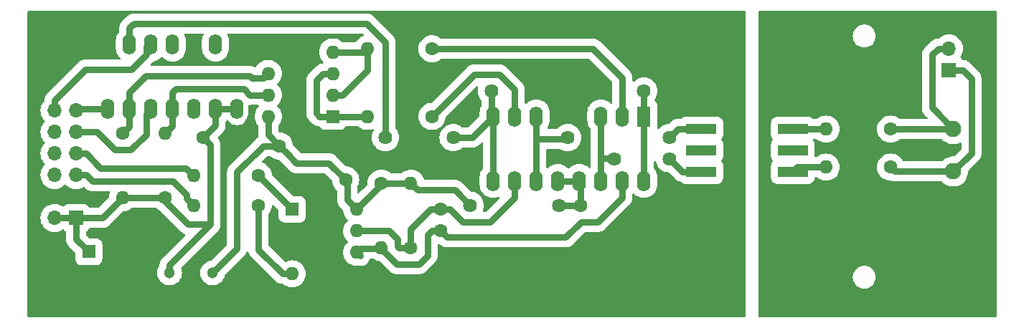
<source format=gbr>
G04 #@! TF.GenerationSoftware,KiCad,Pcbnew,7.0.11+dfsg-1build4*
G04 #@! TF.CreationDate,2025-06-25T18:53:50-04:00*
G04 #@! TF.ProjectId,pmod_1553,706d6f64-5f31-4353-9533-2e6b69636164,rev?*
G04 #@! TF.SameCoordinates,Original*
G04 #@! TF.FileFunction,Copper,L2,Bot*
G04 #@! TF.FilePolarity,Positive*
%FSLAX46Y46*%
G04 Gerber Fmt 4.6, Leading zero omitted, Abs format (unit mm)*
G04 Created by KiCad (PCBNEW 7.0.11+dfsg-1build4) date 2025-06-25 18:53:50*
%MOMM*%
%LPD*%
G01*
G04 APERTURE LIST*
G04 Aperture macros list*
%AMRoundRect*
0 Rectangle with rounded corners*
0 $1 Rounding radius*
0 $2 $3 $4 $5 $6 $7 $8 $9 X,Y pos of 4 corners*
0 Add a 4 corners polygon primitive as box body*
4,1,4,$2,$3,$4,$5,$6,$7,$8,$9,$2,$3,0*
0 Add four circle primitives for the rounded corners*
1,1,$1+$1,$2,$3*
1,1,$1+$1,$4,$5*
1,1,$1+$1,$6,$7*
1,1,$1+$1,$8,$9*
0 Add four rect primitives between the rounded corners*
20,1,$1+$1,$2,$3,$4,$5,0*
20,1,$1+$1,$4,$5,$6,$7,0*
20,1,$1+$1,$6,$7,$8,$9,0*
20,1,$1+$1,$8,$9,$2,$3,0*%
G04 Aperture macros list end*
G04 #@! TA.AperFunction,ComponentPad*
%ADD10O,1.600000X2.400000*%
G04 #@! TD*
G04 #@! TA.AperFunction,ComponentPad*
%ADD11R,1.600000X2.400000*%
G04 #@! TD*
G04 #@! TA.AperFunction,ComponentPad*
%ADD12C,1.600000*%
G04 #@! TD*
G04 #@! TA.AperFunction,ComponentPad*
%ADD13O,1.700000X1.700000*%
G04 #@! TD*
G04 #@! TA.AperFunction,ComponentPad*
%ADD14R,1.700000X1.700000*%
G04 #@! TD*
G04 #@! TA.AperFunction,ComponentPad*
%ADD15O,2.200000X1.740000*%
G04 #@! TD*
G04 #@! TA.AperFunction,ComponentPad*
%ADD16RoundRect,0.250000X-0.850000X0.620000X-0.850000X-0.620000X0.850000X-0.620000X0.850000X0.620000X0*%
G04 #@! TD*
G04 #@! TA.AperFunction,ComponentPad*
%ADD17O,1.600000X1.600000*%
G04 #@! TD*
G04 #@! TA.AperFunction,ComponentPad*
%ADD18C,1.303000*%
G04 #@! TD*
G04 #@! TA.AperFunction,ComponentPad*
%ADD19R,1.600000X1.600000*%
G04 #@! TD*
G04 #@! TA.AperFunction,ComponentPad*
%ADD20C,1.950000*%
G04 #@! TD*
G04 #@! TA.AperFunction,SMDPad,CuDef*
%ADD21R,3.556000X1.270000*%
G04 #@! TD*
G04 #@! TA.AperFunction,ViaPad*
%ADD22C,1.625600*%
G04 #@! TD*
G04 #@! TA.AperFunction,Conductor*
%ADD23C,0.762000*%
G04 #@! TD*
G04 APERTURE END LIST*
D10*
X168000000Y-94120000D03*
X150220000Y-86500000D03*
X165460000Y-94120000D03*
X152760000Y-86500000D03*
X162920000Y-94120000D03*
X155300000Y-86500000D03*
X160380000Y-94120000D03*
X157840000Y-86500000D03*
X157840000Y-94120000D03*
X160380000Y-86500000D03*
X155300000Y-94120000D03*
X162920000Y-86500000D03*
X152760000Y-94120000D03*
X165460000Y-86500000D03*
X150220000Y-94120000D03*
D11*
X168000000Y-86500000D03*
D12*
X160500000Y-102000000D03*
X160500000Y-97000000D03*
D10*
X120000000Y-85620000D03*
X104760000Y-78000000D03*
X117460000Y-85620000D03*
X107300000Y-78000000D03*
X114920000Y-85620000D03*
X109840000Y-78000000D03*
X112380000Y-85620000D03*
X112380000Y-78000000D03*
X109840000Y-85620000D03*
X114920000Y-78000000D03*
X107300000Y-85620000D03*
X117460000Y-78000000D03*
X104760000Y-85620000D03*
D11*
X120000000Y-78000000D03*
D12*
X116000000Y-89000000D03*
X121000000Y-89000000D03*
D13*
X204000000Y-78460000D03*
D14*
X204000000Y-81000000D03*
D15*
X204500000Y-103540000D03*
D16*
X204500000Y-101000000D03*
D12*
X178000000Y-78000000D03*
X183000000Y-78000000D03*
X130000000Y-90000000D03*
X125000000Y-90000000D03*
X132800000Y-94000000D03*
X127800000Y-94000000D03*
X144000000Y-105000000D03*
X144000000Y-100000000D03*
X144000000Y-97500000D03*
X144000000Y-92500000D03*
D17*
X137000000Y-102000000D03*
D12*
X137000000Y-94380000D03*
D17*
X140500000Y-94380000D03*
D12*
X140500000Y-102000000D03*
D17*
X111500000Y-88500000D03*
D12*
X111500000Y-96120000D03*
D17*
X106500000Y-96120000D03*
D12*
X106500000Y-88500000D03*
D18*
X117120000Y-105000000D03*
X114580000Y-105000000D03*
X112040000Y-105000000D03*
X109500000Y-105000000D03*
D12*
X102500000Y-105000000D03*
D19*
X102500000Y-102500000D03*
D20*
X204500000Y-88000000D03*
X204500000Y-93000000D03*
D21*
X174785000Y-93040000D03*
X174785000Y-90500000D03*
X174785000Y-87960000D03*
X185580000Y-93040000D03*
X185580000Y-90500000D03*
X185580000Y-87960000D03*
D13*
X98460000Y-85800000D03*
X101000000Y-85800000D03*
X98460000Y-88340000D03*
X101000000Y-88340000D03*
X98460000Y-90880000D03*
X101000000Y-90880000D03*
X98460000Y-93420000D03*
X101000000Y-93420000D03*
X98460000Y-95960000D03*
X101000000Y-95960000D03*
X98460000Y-98500000D03*
D14*
X101000000Y-98500000D03*
D17*
X123680000Y-86500000D03*
X131300000Y-78880000D03*
X123680000Y-83960000D03*
X131300000Y-81420000D03*
X123680000Y-81420000D03*
X131300000Y-83960000D03*
X123680000Y-78880000D03*
D19*
X131300000Y-86500000D03*
D17*
X134120000Y-97500000D03*
X126500000Y-105120000D03*
X134120000Y-100040000D03*
X126500000Y-102580000D03*
X134120000Y-102580000D03*
X126500000Y-100040000D03*
X134120000Y-105120000D03*
D19*
X126500000Y-97500000D03*
D17*
X189500000Y-92500000D03*
D12*
X197120000Y-92500000D03*
D17*
X189500000Y-88000000D03*
D12*
X197120000Y-88000000D03*
D17*
X135380000Y-86500000D03*
D12*
X143000000Y-86500000D03*
D17*
X135380000Y-78500000D03*
D12*
X143000000Y-78500000D03*
D17*
X114880000Y-93500000D03*
D12*
X122500000Y-93500000D03*
D17*
X114880000Y-97000000D03*
D12*
X122500000Y-97000000D03*
D22*
X168000000Y-83500000D03*
X150000000Y-83500000D03*
X137500000Y-89000000D03*
X145500000Y-89000000D03*
X147500000Y-97000000D03*
X158000000Y-97000000D03*
X164500000Y-91500000D03*
X171000000Y-91500000D03*
X159000540Y-89000978D03*
X171000000Y-89000000D03*
D23*
X101000000Y-98500000D02*
X98460000Y-98500000D01*
X106500000Y-96120000D02*
X111500000Y-96120000D01*
X120000000Y-86368630D02*
X120000000Y-85620000D01*
X120000000Y-85620000D02*
X117460000Y-85620000D01*
X117460000Y-87540000D02*
X117460000Y-85620000D01*
X116000000Y-89000000D02*
X117460000Y-87540000D01*
X112040000Y-104078640D02*
X112040000Y-105000000D01*
X116848401Y-99270239D02*
X112040000Y-104078640D01*
X116848401Y-89848401D02*
X116848401Y-99270239D01*
X116000000Y-89000000D02*
X116848401Y-89848401D01*
X101000000Y-101000000D02*
X102500000Y-102500000D01*
X101000000Y-98500000D02*
X101000000Y-101000000D01*
X114237005Y-99270239D02*
X116848401Y-99270239D01*
X111500000Y-96533234D02*
X114237005Y-99270239D01*
X111500000Y-96120000D02*
X111500000Y-96533234D01*
X104120000Y-98500000D02*
X106500000Y-96120000D01*
X101000000Y-98500000D02*
X104120000Y-98500000D01*
X140500000Y-100868630D02*
X140500000Y-102000000D01*
X140500000Y-99868630D02*
X140500000Y-100868630D01*
X142868630Y-97500000D02*
X140500000Y-99868630D01*
X144000000Y-97500000D02*
X142868630Y-97500000D01*
X135251370Y-100040000D02*
X134120000Y-100040000D01*
X135259771Y-100031599D02*
X135251370Y-100040000D01*
X140500000Y-102000000D02*
X139071196Y-102000000D01*
X137944833Y-100031599D02*
X135259771Y-100031599D01*
X138968401Y-101055167D02*
X137944833Y-100031599D01*
X138968401Y-101897205D02*
X138968401Y-101055167D01*
X139071196Y-102000000D02*
X138968401Y-101897205D01*
X152760000Y-96082000D02*
X152760000Y-94120000D01*
X146612571Y-98981201D02*
X149860799Y-98981201D01*
X145131370Y-97500000D02*
X146612571Y-98981201D01*
X149860799Y-98981201D02*
X152760000Y-96082000D01*
X144000000Y-97500000D02*
X145131370Y-97500000D01*
X134120000Y-102580000D02*
X134460000Y-102580000D01*
X134540000Y-103000000D02*
X134120000Y-102580000D01*
X143000000Y-100000000D02*
X144000000Y-100000000D01*
X142468401Y-100531599D02*
X143000000Y-100000000D01*
X142468401Y-102944833D02*
X142468401Y-100531599D01*
X141444833Y-103968401D02*
X142468401Y-102944833D01*
X138848401Y-103968401D02*
X141444833Y-103968401D01*
X137000000Y-102120000D02*
X138848401Y-103968401D01*
X134580000Y-102120000D02*
X137000000Y-102120000D01*
X134120000Y-102580000D02*
X134580000Y-102120000D01*
X165460000Y-96082000D02*
X165460000Y-94120000D01*
X162573599Y-98968401D02*
X165460000Y-96082000D01*
X160618365Y-98968401D02*
X162573599Y-98968401D01*
X158786767Y-100799999D02*
X160618365Y-98968401D01*
X144799999Y-100799999D02*
X158786767Y-100799999D01*
X144000000Y-100000000D02*
X144799999Y-100799999D01*
X102202081Y-90880000D02*
X101000000Y-90880000D01*
X103924270Y-92602189D02*
X102202081Y-90880000D01*
X113982189Y-92602189D02*
X103924270Y-92602189D01*
X114880000Y-93500000D02*
X113982189Y-92602189D01*
X186120000Y-92500000D02*
X185580000Y-93040000D01*
X189500000Y-92500000D02*
X186120000Y-92500000D01*
X188880000Y-87960000D02*
X188920000Y-88000000D01*
X189460000Y-87960000D02*
X189500000Y-88000000D01*
X185580000Y-87960000D02*
X189460000Y-87960000D01*
X102202081Y-93420000D02*
X101000000Y-93420000D01*
X102933680Y-94151599D02*
X102202081Y-93420000D01*
X112444833Y-94151599D02*
X102933680Y-94151599D01*
X114080001Y-96200001D02*
X114080001Y-95786767D01*
X114080001Y-95786767D02*
X112444833Y-94151599D01*
X114880000Y-97000000D02*
X114080001Y-96200001D01*
X98460000Y-84597919D02*
X98460000Y-85800000D01*
X102107329Y-80950590D02*
X98460000Y-84597919D01*
X107533162Y-80950590D02*
X102107329Y-80950590D01*
X109268410Y-78231590D02*
X109268410Y-79215342D01*
X109500000Y-78000000D02*
X109268410Y-78231590D01*
X109268410Y-79215342D02*
X107533162Y-80950590D01*
X109840000Y-78000000D02*
X109500000Y-78000000D01*
X125368630Y-105120000D02*
X126500000Y-105120000D01*
X122500000Y-102251370D02*
X125368630Y-105120000D01*
X122500000Y-97000000D02*
X122500000Y-102251370D01*
X126500000Y-97500000D02*
X122500000Y-93500000D01*
X165460000Y-86500000D02*
X165460000Y-81960000D01*
X162000000Y-78500000D02*
X143000000Y-78500000D01*
X165460000Y-81960000D02*
X162000000Y-78500000D01*
X168000000Y-86500000D02*
X168000000Y-94120000D01*
X107706410Y-75631590D02*
X107300000Y-76038000D01*
X150220000Y-86500000D02*
X150220000Y-94120000D01*
X168000000Y-86500000D02*
X168000000Y-83500000D01*
X150000000Y-86280000D02*
X150220000Y-86500000D01*
X150000000Y-83500000D02*
X150000000Y-86280000D01*
X107300000Y-76038000D02*
X107300000Y-78000000D01*
X107838000Y-75500000D02*
X107300000Y-76038000D01*
X137500000Y-77706766D02*
X137500000Y-89000000D01*
X135293234Y-75500000D02*
X137500000Y-77706766D01*
X107838000Y-75500000D02*
X135293234Y-75500000D01*
X147720000Y-89000000D02*
X150220000Y-86500000D01*
X145500000Y-89000000D02*
X147720000Y-89000000D01*
X197120000Y-88000000D02*
X204500000Y-88000000D01*
X202797919Y-78460000D02*
X204000000Y-78460000D01*
X202736878Y-78460000D02*
X202797919Y-78460000D01*
X201981599Y-79215279D02*
X202736878Y-78460000D01*
X201981599Y-85481599D02*
X201981599Y-79215279D01*
X204500000Y-88000000D02*
X201981599Y-85481599D01*
X197620000Y-93000000D02*
X197120000Y-92500000D01*
X204500000Y-93000000D02*
X197620000Y-93000000D01*
X205612000Y-81000000D02*
X204000000Y-81000000D01*
X206643401Y-82031401D02*
X205612000Y-81000000D01*
X206643401Y-90856599D02*
X206643401Y-82031401D01*
X204500000Y-93000000D02*
X206643401Y-90856599D01*
X135000000Y-78880000D02*
X135380000Y-78500000D01*
X131300000Y-78880000D02*
X135000000Y-78880000D01*
X135380000Y-81011370D02*
X132431370Y-83960000D01*
X132431370Y-83960000D02*
X131300000Y-83960000D01*
X135380000Y-78500000D02*
X135380000Y-81011370D01*
X135380000Y-86500000D02*
X131300000Y-86500000D01*
X129331599Y-82257031D02*
X130168630Y-81420000D01*
X129331599Y-86093599D02*
X129331599Y-82257031D01*
X129738000Y-86500000D02*
X129331599Y-86093599D01*
X130168630Y-81420000D02*
X131300000Y-81420000D01*
X131300000Y-86500000D02*
X129738000Y-86500000D01*
X101180000Y-85620000D02*
X101000000Y-85800000D01*
X104760000Y-85620000D02*
X101180000Y-85620000D01*
X109268410Y-86191590D02*
X109840000Y-85620000D01*
X109268410Y-88644824D02*
X109268410Y-86191590D01*
X107444833Y-90468401D02*
X109268410Y-88644824D01*
X105555167Y-90468401D02*
X107444833Y-90468401D01*
X103426766Y-88340000D02*
X105555167Y-90468401D01*
X101000000Y-88340000D02*
X103426766Y-88340000D01*
X137120000Y-94380000D02*
X137000000Y-94500000D01*
X140500000Y-94380000D02*
X137120000Y-94380000D01*
X137000000Y-94620000D02*
X134120000Y-97500000D01*
X137000000Y-94500000D02*
X137000000Y-94620000D01*
X133000000Y-96380000D02*
X134120000Y-97500000D01*
X133000000Y-94000000D02*
X133000000Y-96380000D01*
X123680000Y-88680000D02*
X125000000Y-90000000D01*
X123680000Y-86500000D02*
X123680000Y-88680000D01*
X125799999Y-90799999D02*
X125000000Y-90000000D01*
X127031599Y-92031599D02*
X125799999Y-90799999D01*
X130831599Y-92031599D02*
X127031599Y-92031599D01*
X132800000Y-94000000D02*
X130831599Y-92031599D01*
X117120000Y-105000000D02*
X120000000Y-102120000D01*
X123868630Y-90000000D02*
X125000000Y-90000000D01*
X123086766Y-90000000D02*
X123868630Y-90000000D01*
X120000000Y-93086766D02*
X123086766Y-90000000D01*
X120000000Y-102120000D02*
X120000000Y-93086766D01*
X157840000Y-94120000D02*
X160380000Y-94120000D01*
X141299999Y-95179999D02*
X144233235Y-95179999D01*
X140500000Y-94380000D02*
X141299999Y-95179999D01*
X158000000Y-93960000D02*
X157840000Y-94120000D01*
X160500000Y-94240000D02*
X160380000Y-94120000D01*
X160500000Y-97000000D02*
X160500000Y-94240000D01*
X145679999Y-95179999D02*
X147500000Y-97000000D01*
X144233235Y-95179999D02*
X145679999Y-95179999D01*
X158000000Y-97000000D02*
X160500000Y-97000000D01*
X152760000Y-83327822D02*
X152760000Y-84538000D01*
X150950977Y-81518799D02*
X152760000Y-83327822D01*
X147981201Y-81518799D02*
X150950977Y-81518799D01*
X152760000Y-84538000D02*
X152760000Y-86500000D01*
X143000000Y-86500000D02*
X147981201Y-81518799D01*
X162920000Y-94120000D02*
X162920000Y-91420000D01*
X162920000Y-91420000D02*
X162920000Y-86500000D01*
X164420000Y-91420000D02*
X164500000Y-91500000D01*
X162920000Y-91420000D02*
X164420000Y-91420000D01*
X172540000Y-93040000D02*
X174785000Y-93040000D01*
X171000000Y-91500000D02*
X172540000Y-93040000D01*
X155300000Y-94120000D02*
X155300000Y-89200000D01*
X155300000Y-89200000D02*
X155300000Y-86500000D01*
X158801518Y-89200000D02*
X159000540Y-89000978D01*
X155300000Y-89200000D02*
X158801518Y-89200000D01*
X172040000Y-87960000D02*
X174785000Y-87960000D01*
X171000000Y-89000000D02*
X172040000Y-87960000D01*
X107300000Y-87700000D02*
X106500000Y-88500000D01*
X107300000Y-85620000D02*
X107300000Y-87700000D01*
X123100000Y-82000000D02*
X123680000Y-81420000D01*
X121754948Y-82000000D02*
X123100000Y-82000000D01*
X121457128Y-81702180D02*
X121754948Y-82000000D01*
X109255820Y-81702180D02*
X121457128Y-81702180D01*
X107300000Y-83658000D02*
X109255820Y-81702180D01*
X107300000Y-85620000D02*
X107300000Y-83658000D01*
X112380000Y-87620000D02*
X111500000Y-88500000D01*
X112380000Y-85620000D02*
X112380000Y-87620000D01*
X112380000Y-83658000D02*
X112380000Y-85620000D01*
X112786410Y-83251590D02*
X112380000Y-83658000D01*
X120815342Y-83251590D02*
X112786410Y-83251590D01*
X121523752Y-83960000D02*
X120815342Y-83251590D01*
X123680000Y-83960000D02*
X121523752Y-83960000D01*
G04 #@! TA.AperFunction,Conductor*
G36*
X179942121Y-74036988D02*
G01*
X179988614Y-74090644D01*
X180000000Y-74142986D01*
X180000000Y-110086100D01*
X179979998Y-110154221D01*
X179926342Y-110200714D01*
X179874000Y-110212100D01*
X95413900Y-110212100D01*
X95345779Y-110192098D01*
X95299286Y-110138442D01*
X95287900Y-110086100D01*
X95287900Y-98500000D01*
X96804296Y-98500000D01*
X96822683Y-98733640D01*
X96824680Y-98759008D01*
X96885331Y-99011639D01*
X96981551Y-99243933D01*
X96984757Y-99251674D01*
X97096276Y-99433657D01*
X97120508Y-99473199D01*
X97120509Y-99473201D01*
X97289239Y-99670760D01*
X97486798Y-99839490D01*
X97486802Y-99839493D01*
X97708326Y-99975243D01*
X97948359Y-100074668D01*
X98200991Y-100135320D01*
X98460000Y-100155704D01*
X98719009Y-100135320D01*
X98971641Y-100074668D01*
X99211674Y-99975243D01*
X99394435Y-99863246D01*
X99462968Y-99844709D01*
X99530644Y-99866165D01*
X99549364Y-99881585D01*
X99647672Y-99979893D01*
X99647674Y-99979894D01*
X99647675Y-99979895D01*
X99759437Y-100050119D01*
X99806473Y-100103295D01*
X99818400Y-100156805D01*
X99818400Y-100969773D01*
X99818266Y-100975592D01*
X99814604Y-101054804D01*
X99825558Y-101133338D01*
X99826228Y-101139118D01*
X99833542Y-101218044D01*
X99833542Y-101218048D01*
X99838668Y-101236063D01*
X99842268Y-101253129D01*
X99844856Y-101271680D01*
X99844860Y-101271696D01*
X99870046Y-101346841D01*
X99871767Y-101352398D01*
X99893468Y-101428664D01*
X99893470Y-101428671D01*
X99901821Y-101445442D01*
X99908496Y-101461556D01*
X99914450Y-101479320D01*
X99953025Y-101548577D01*
X99955738Y-101553723D01*
X99991079Y-101624695D01*
X99991079Y-101624696D01*
X100002364Y-101639640D01*
X100011890Y-101654261D01*
X100021000Y-101670617D01*
X100021001Y-101670619D01*
X100021004Y-101670623D01*
X100021006Y-101670626D01*
X100053490Y-101709745D01*
X100071663Y-101731630D01*
X100075276Y-101736192D01*
X100123047Y-101799451D01*
X100181645Y-101852870D01*
X100185855Y-101856890D01*
X100862495Y-102533530D01*
X100896521Y-102595842D01*
X100899400Y-102622625D01*
X100899400Y-103344962D01*
X100914534Y-103479278D01*
X100914534Y-103479280D01*
X100914535Y-103479281D01*
X100974118Y-103649561D01*
X100974119Y-103649563D01*
X100974120Y-103649565D01*
X101069734Y-103801734D01*
X101070108Y-103802329D01*
X101197670Y-103929891D01*
X101197672Y-103929892D01*
X101197675Y-103929895D01*
X101350435Y-104025880D01*
X101520722Y-104085466D01*
X101655038Y-104100600D01*
X103344962Y-104100600D01*
X103479278Y-104085466D01*
X103649565Y-104025880D01*
X103802325Y-103929895D01*
X103929895Y-103802325D01*
X104025880Y-103649565D01*
X104085466Y-103479278D01*
X104100600Y-103344962D01*
X104100600Y-101655038D01*
X104100512Y-101654261D01*
X104098865Y-101639640D01*
X104085466Y-101520722D01*
X104025880Y-101350435D01*
X103929895Y-101197675D01*
X103929892Y-101197672D01*
X103929891Y-101197670D01*
X103802329Y-101070108D01*
X103802326Y-101070106D01*
X103802325Y-101070105D01*
X103649565Y-100974120D01*
X103649563Y-100974119D01*
X103649561Y-100974118D01*
X103479281Y-100914535D01*
X103479280Y-100914534D01*
X103479278Y-100914534D01*
X103344962Y-100899400D01*
X102622625Y-100899400D01*
X102554504Y-100879398D01*
X102533530Y-100862495D01*
X102218505Y-100547470D01*
X102184479Y-100485158D01*
X102181600Y-100458375D01*
X102181600Y-100156805D01*
X102201602Y-100088684D01*
X102240561Y-100050120D01*
X102352325Y-99979895D01*
X102479895Y-99852325D01*
X102519787Y-99788837D01*
X102550119Y-99740564D01*
X102603297Y-99693526D01*
X102656806Y-99681600D01*
X104089774Y-99681600D01*
X104095593Y-99681734D01*
X104174804Y-99685396D01*
X104253332Y-99674441D01*
X104259094Y-99673772D01*
X104338049Y-99666457D01*
X104356060Y-99661331D01*
X104373139Y-99657728D01*
X104391687Y-99655142D01*
X104466896Y-99629933D01*
X104472361Y-99628241D01*
X104548672Y-99606529D01*
X104565443Y-99598177D01*
X104581549Y-99591505D01*
X104599317Y-99585551D01*
X104668586Y-99546969D01*
X104673721Y-99544261D01*
X104744697Y-99508920D01*
X104759638Y-99497636D01*
X104774250Y-99488114D01*
X104790626Y-99478994D01*
X104851638Y-99428328D01*
X104856167Y-99424740D01*
X104919449Y-99376954D01*
X104972891Y-99318329D01*
X104976869Y-99314164D01*
X106538211Y-97752822D01*
X106600521Y-97718798D01*
X106617413Y-97716307D01*
X106751163Y-97705782D01*
X106996142Y-97646968D01*
X107228904Y-97550555D01*
X107443718Y-97418916D01*
X107545731Y-97331788D01*
X107610520Y-97302758D01*
X107627561Y-97301600D01*
X110372439Y-97301600D01*
X110440560Y-97321602D01*
X110454268Y-97331788D01*
X110556282Y-97418916D01*
X110771096Y-97550555D01*
X110876300Y-97594131D01*
X110917176Y-97621445D01*
X113380102Y-100084370D01*
X113384122Y-100088579D01*
X113400594Y-100106648D01*
X113437556Y-100147193D01*
X113450284Y-100156805D01*
X113500824Y-100194970D01*
X113505381Y-100198579D01*
X113566380Y-100249233D01*
X113566386Y-100249236D01*
X113566387Y-100249237D01*
X113582746Y-100258349D01*
X113597364Y-100267874D01*
X113612306Y-100279158D01*
X113612307Y-100279158D01*
X113612308Y-100279159D01*
X113683292Y-100314504D01*
X113688400Y-100317197D01*
X113757688Y-100355790D01*
X113775448Y-100361743D01*
X113791564Y-100368418D01*
X113808333Y-100376768D01*
X113808335Y-100376768D01*
X113813762Y-100378871D01*
X113813148Y-100380454D01*
X113866508Y-100414111D01*
X113896547Y-100478440D01*
X113887039Y-100548797D01*
X113861081Y-100586522D01*
X111225854Y-103221749D01*
X111221647Y-103225767D01*
X111163048Y-103279188D01*
X111163046Y-103279190D01*
X111115270Y-103342455D01*
X111111658Y-103347015D01*
X111061007Y-103408012D01*
X111051888Y-103424384D01*
X111042365Y-103438998D01*
X111031081Y-103453941D01*
X111031074Y-103453951D01*
X110995741Y-103524908D01*
X110993030Y-103530052D01*
X110954451Y-103599319D01*
X110954446Y-103599331D01*
X110948492Y-103617091D01*
X110941821Y-103633196D01*
X110933470Y-103649969D01*
X110933468Y-103649972D01*
X110911773Y-103726221D01*
X110910053Y-103731777D01*
X110884858Y-103806949D01*
X110884855Y-103806961D01*
X110882270Y-103825498D01*
X110878672Y-103842562D01*
X110873543Y-103860591D01*
X110873543Y-103860593D01*
X110873541Y-103860600D01*
X110866228Y-103939520D01*
X110865558Y-103945299D01*
X110854604Y-104023831D01*
X110854603Y-104023835D01*
X110858266Y-104103046D01*
X110858400Y-104108865D01*
X110858400Y-104116147D01*
X110838398Y-104184268D01*
X110837883Y-104185062D01*
X110758538Y-104306508D01*
X110661872Y-104526884D01*
X110661869Y-104526891D01*
X110602797Y-104760165D01*
X110602796Y-104760171D01*
X110602796Y-104760173D01*
X110582923Y-105000000D01*
X110602254Y-105233289D01*
X110602797Y-105239834D01*
X110661869Y-105473108D01*
X110661872Y-105473115D01*
X110724609Y-105616140D01*
X110758539Y-105693492D01*
X110890162Y-105894955D01*
X110890165Y-105894959D01*
X110890167Y-105894961D01*
X111053143Y-106072001D01*
X111053147Y-106072004D01*
X111053149Y-106072006D01*
X111243054Y-106219816D01*
X111454699Y-106334352D01*
X111682309Y-106412491D01*
X111919676Y-106452100D01*
X111919680Y-106452100D01*
X112160320Y-106452100D01*
X112160324Y-106452100D01*
X112397691Y-106412491D01*
X112625301Y-106334352D01*
X112836946Y-106219816D01*
X113026851Y-106072006D01*
X113034483Y-106063716D01*
X113189832Y-105894961D01*
X113189838Y-105894955D01*
X113321461Y-105693492D01*
X113418129Y-105473112D01*
X113477204Y-105239827D01*
X113497077Y-105000000D01*
X113477204Y-104760173D01*
X113418129Y-104526888D01*
X113405345Y-104497744D01*
X113396298Y-104427330D01*
X113426756Y-104363199D01*
X113431619Y-104358054D01*
X117619740Y-100169932D01*
X117632896Y-100158484D01*
X117647850Y-100147193D01*
X117680892Y-100110945D01*
X117689107Y-100102730D01*
X117725355Y-100069688D01*
X117754917Y-100030539D01*
X117762329Y-100021614D01*
X117795378Y-99985363D01*
X117805242Y-99969431D01*
X117815423Y-99955280D01*
X117827395Y-99940865D01*
X117836515Y-99924489D01*
X117846030Y-99909886D01*
X117857321Y-99894936D01*
X117879190Y-99851015D01*
X117884836Y-99840881D01*
X117885696Y-99839493D01*
X117910657Y-99799180D01*
X117917425Y-99781707D01*
X117924833Y-99765925D01*
X117933952Y-99749556D01*
X117939905Y-99731792D01*
X117946579Y-99715679D01*
X117954930Y-99698911D01*
X117958776Y-99685396D01*
X117968350Y-99651745D01*
X117972045Y-99640717D01*
X117989763Y-99594984D01*
X117993205Y-99576566D01*
X117997588Y-99559691D01*
X118003543Y-99541926D01*
X118006129Y-99523378D01*
X118009733Y-99506298D01*
X118012196Y-99497643D01*
X118014858Y-99488288D01*
X118019383Y-99439442D01*
X118020990Y-99427932D01*
X118030001Y-99379730D01*
X118030001Y-99361001D01*
X118031209Y-99343595D01*
X118033797Y-99325043D01*
X118030135Y-99245831D01*
X118030001Y-99240012D01*
X118030001Y-89878626D01*
X118030135Y-89872807D01*
X118031345Y-89846638D01*
X118033797Y-89793597D01*
X118022842Y-89715073D01*
X118022172Y-89709292D01*
X118014858Y-89630352D01*
X118009729Y-89612327D01*
X118006129Y-89595258D01*
X118003543Y-89576714D01*
X117978340Y-89501519D01*
X117976627Y-89495986D01*
X117954932Y-89419735D01*
X117954928Y-89419725D01*
X117946581Y-89402963D01*
X117939906Y-89386848D01*
X117933952Y-89369084D01*
X117895366Y-89299809D01*
X117892658Y-89294671D01*
X117888851Y-89287025D01*
X117857321Y-89223704D01*
X117846036Y-89208760D01*
X117836510Y-89194141D01*
X117827395Y-89177777D01*
X117827394Y-89177775D01*
X117776734Y-89116766D01*
X117773139Y-89112228D01*
X117746994Y-89077606D01*
X117721906Y-89011190D01*
X117736707Y-88941754D01*
X117758448Y-88912584D01*
X118274153Y-88396879D01*
X118278318Y-88392901D01*
X118336954Y-88339449D01*
X118384765Y-88276135D01*
X118388315Y-88271654D01*
X118438994Y-88210626D01*
X118448114Y-88194250D01*
X118457636Y-88179638D01*
X118468920Y-88164697D01*
X118504261Y-88093721D01*
X118506969Y-88088586D01*
X118519869Y-88065425D01*
X118545551Y-88019317D01*
X118551505Y-88001549D01*
X118558177Y-87985443D01*
X118566529Y-87968672D01*
X118588241Y-87892361D01*
X118589933Y-87886896D01*
X118615142Y-87811687D01*
X118617728Y-87793139D01*
X118621332Y-87776059D01*
X118626456Y-87758053D01*
X118626456Y-87758052D01*
X118626457Y-87758049D01*
X118633772Y-87679094D01*
X118634442Y-87673324D01*
X118636449Y-87658937D01*
X118645396Y-87594804D01*
X118641734Y-87515592D01*
X118641600Y-87509773D01*
X118641600Y-87147561D01*
X118661602Y-87079440D01*
X118671789Y-87065731D01*
X118700890Y-87031658D01*
X118758916Y-86963718D01*
X118760023Y-86961910D01*
X118760623Y-86961367D01*
X118761828Y-86959710D01*
X118762176Y-86959962D01*
X118812665Y-86914278D01*
X118882706Y-86902666D01*
X118947906Y-86930764D01*
X118980249Y-86971576D01*
X118991080Y-86993327D01*
X118993206Y-86996142D01*
X119123044Y-87168077D01*
X119284873Y-87315605D01*
X119284875Y-87315606D01*
X119284876Y-87315607D01*
X119471059Y-87430886D01*
X119504185Y-87443719D01*
X119675248Y-87509990D01*
X119675251Y-87509990D01*
X119675255Y-87509992D01*
X119890509Y-87550230D01*
X119890512Y-87550230D01*
X120109488Y-87550230D01*
X120109491Y-87550230D01*
X120324745Y-87509992D01*
X120324749Y-87509990D01*
X120324751Y-87509990D01*
X120449145Y-87461799D01*
X120528941Y-87430886D01*
X120715124Y-87315607D01*
X120876954Y-87168079D01*
X121008920Y-86993327D01*
X121106529Y-86797302D01*
X121116062Y-86763796D01*
X121134041Y-86726003D01*
X121139438Y-86718296D01*
X121159604Y-86689497D01*
X121258244Y-86477963D01*
X121318653Y-86252514D01*
X121333900Y-86078237D01*
X121333900Y-85271111D01*
X121353902Y-85202990D01*
X121407558Y-85156497D01*
X121463133Y-85145751D01*
X121463129Y-85145665D01*
X121463723Y-85145637D01*
X121465743Y-85145247D01*
X121468936Y-85145394D01*
X121468948Y-85145396D01*
X121548159Y-85141734D01*
X121553978Y-85141600D01*
X122464389Y-85141600D01*
X122532510Y-85161602D01*
X122579003Y-85215258D01*
X122589107Y-85285532D01*
X122559613Y-85350112D01*
X122546223Y-85363408D01*
X122544707Y-85364702D01*
X122381083Y-85556283D01*
X122249444Y-85771097D01*
X122153031Y-86003859D01*
X122135175Y-86078237D01*
X122094218Y-86248837D01*
X122074451Y-86500000D01*
X122094218Y-86751163D01*
X122105294Y-86797297D01*
X122153031Y-86996140D01*
X122224251Y-87168079D01*
X122249445Y-87228904D01*
X122373220Y-87430886D01*
X122381085Y-87443719D01*
X122381086Y-87443721D01*
X122437500Y-87509773D01*
X122466949Y-87544254D01*
X122468211Y-87545731D01*
X122497242Y-87610520D01*
X122498400Y-87627561D01*
X122498400Y-88649773D01*
X122498266Y-88655592D01*
X122494604Y-88734804D01*
X122505558Y-88813338D01*
X122506228Y-88819119D01*
X122511757Y-88878784D01*
X122498126Y-88948459D01*
X122462224Y-88990963D01*
X122447123Y-89002366D01*
X122432512Y-89011886D01*
X122416143Y-89021004D01*
X122416134Y-89021010D01*
X122355144Y-89071655D01*
X122350585Y-89075267D01*
X122287316Y-89123046D01*
X122287314Y-89123048D01*
X122233894Y-89181646D01*
X122229876Y-89185853D01*
X119185853Y-92229876D01*
X119181646Y-92233894D01*
X119123048Y-92287314D01*
X119123046Y-92287316D01*
X119075270Y-92350581D01*
X119071658Y-92355141D01*
X119021007Y-92416138D01*
X119011888Y-92432510D01*
X119002365Y-92447124D01*
X118991081Y-92462067D01*
X118991074Y-92462077D01*
X118955741Y-92533034D01*
X118953030Y-92538178D01*
X118914451Y-92607445D01*
X118914446Y-92607457D01*
X118908492Y-92625217D01*
X118901821Y-92641322D01*
X118893470Y-92658095D01*
X118893468Y-92658098D01*
X118871773Y-92734347D01*
X118870053Y-92739903D01*
X118844858Y-92815075D01*
X118844855Y-92815087D01*
X118842270Y-92833624D01*
X118838672Y-92850688D01*
X118836523Y-92858240D01*
X118833543Y-92868717D01*
X118833543Y-92868719D01*
X118833541Y-92868726D01*
X118826228Y-92947646D01*
X118825558Y-92953425D01*
X118814604Y-93031957D01*
X118814603Y-93031961D01*
X118818266Y-93111172D01*
X118818400Y-93116991D01*
X118818400Y-101578374D01*
X118798398Y-101646495D01*
X118781495Y-101667469D01*
X116909856Y-103539107D01*
X116847544Y-103573133D01*
X116841501Y-103574293D01*
X116762319Y-103587506D01*
X116762308Y-103587509D01*
X116534702Y-103665646D01*
X116534699Y-103665648D01*
X116323054Y-103780184D01*
X116219748Y-103860591D01*
X116133147Y-103927995D01*
X116133143Y-103927998D01*
X115970167Y-104105038D01*
X115970163Y-104105043D01*
X115970162Y-104105045D01*
X115923620Y-104176283D01*
X115838537Y-104306511D01*
X115741872Y-104526884D01*
X115741869Y-104526891D01*
X115682797Y-104760165D01*
X115682796Y-104760171D01*
X115682796Y-104760173D01*
X115662923Y-105000000D01*
X115682254Y-105233289D01*
X115682797Y-105239834D01*
X115741869Y-105473108D01*
X115741872Y-105473115D01*
X115804609Y-105616140D01*
X115838539Y-105693492D01*
X115970162Y-105894955D01*
X115970165Y-105894959D01*
X115970167Y-105894961D01*
X116133143Y-106072001D01*
X116133147Y-106072004D01*
X116133149Y-106072006D01*
X116323054Y-106219816D01*
X116534699Y-106334352D01*
X116762309Y-106412491D01*
X116999676Y-106452100D01*
X116999680Y-106452100D01*
X117240320Y-106452100D01*
X117240324Y-106452100D01*
X117477691Y-106412491D01*
X117705301Y-106334352D01*
X117916946Y-106219816D01*
X118106851Y-106072006D01*
X118114483Y-106063716D01*
X118269832Y-105894961D01*
X118269838Y-105894955D01*
X118401461Y-105693492D01*
X118498129Y-105473112D01*
X118550721Y-105265424D01*
X118583768Y-105207265D01*
X120814164Y-102976869D01*
X120818329Y-102972891D01*
X120876954Y-102919449D01*
X120924740Y-102856167D01*
X120928328Y-102851638D01*
X120978994Y-102790626D01*
X120988114Y-102774250D01*
X120997636Y-102759638D01*
X121008920Y-102744697D01*
X121044261Y-102673721D01*
X121046969Y-102668586D01*
X121049788Y-102663523D01*
X121085551Y-102599317D01*
X121091505Y-102581549D01*
X121098177Y-102565443D01*
X121106529Y-102548672D01*
X121108543Y-102541590D01*
X121146419Y-102481543D01*
X121210748Y-102451505D01*
X121281105Y-102461013D01*
X121335152Y-102507050D01*
X121349203Y-102536024D01*
X121370046Y-102598210D01*
X121371767Y-102603768D01*
X121393468Y-102680034D01*
X121393470Y-102680041D01*
X121401821Y-102696812D01*
X121408496Y-102712926D01*
X121414450Y-102730690D01*
X121453025Y-102799947D01*
X121455738Y-102805093D01*
X121491079Y-102876065D01*
X121491079Y-102876066D01*
X121502364Y-102891010D01*
X121511890Y-102905631D01*
X121521000Y-102921987D01*
X121521001Y-102921989D01*
X121521004Y-102921993D01*
X121521006Y-102921996D01*
X121559997Y-102968951D01*
X121571663Y-102983000D01*
X121575276Y-102987562D01*
X121623047Y-103050821D01*
X121681645Y-103104240D01*
X121685855Y-103108260D01*
X124511738Y-105934143D01*
X124515758Y-105938353D01*
X124569177Y-105996952D01*
X124612871Y-106029947D01*
X124632451Y-106044733D01*
X124636995Y-106048333D01*
X124698004Y-106098993D01*
X124698006Y-106098994D01*
X124714370Y-106108109D01*
X124728989Y-106117635D01*
X124743933Y-106128920D01*
X124814912Y-106164264D01*
X124820033Y-106166962D01*
X124889312Y-106205551D01*
X124907074Y-106211503D01*
X124923192Y-106218180D01*
X124939958Y-106226529D01*
X124939961Y-106226529D01*
X124939967Y-106226532D01*
X125016220Y-106248227D01*
X125021778Y-106249948D01*
X125096943Y-106275141D01*
X125096947Y-106275141D01*
X125096949Y-106275142D01*
X125104032Y-106276129D01*
X125115486Y-106277727D01*
X125132555Y-106281328D01*
X125150581Y-106286457D01*
X125229540Y-106293773D01*
X125235308Y-106294442D01*
X125313825Y-106305396D01*
X125367977Y-106302892D01*
X125436947Y-106319727D01*
X125455625Y-106332947D01*
X125548756Y-106412489D01*
X125556282Y-106418916D01*
X125771096Y-106550555D01*
X126003858Y-106646968D01*
X126248837Y-106705782D01*
X126500000Y-106725549D01*
X126751163Y-106705782D01*
X126996142Y-106646968D01*
X127228904Y-106550555D01*
X127443718Y-106418916D01*
X127635295Y-106255295D01*
X127798916Y-106063718D01*
X127930555Y-105848904D01*
X128026968Y-105616142D01*
X128085782Y-105371163D01*
X128105549Y-105120000D01*
X128085782Y-104868837D01*
X128026968Y-104623858D01*
X127930555Y-104391096D01*
X127798916Y-104176282D01*
X127635295Y-103984705D01*
X127443718Y-103821084D01*
X127228904Y-103689445D01*
X127228900Y-103689443D01*
X126996140Y-103593031D01*
X126771527Y-103539107D01*
X126751163Y-103534218D01*
X126500000Y-103514451D01*
X126248837Y-103534218D01*
X126003859Y-103593031D01*
X125771100Y-103689443D01*
X125771098Y-103689444D01*
X125771096Y-103689445D01*
X125755345Y-103699096D01*
X125686814Y-103717632D01*
X125619138Y-103696174D01*
X125600421Y-103680756D01*
X123718505Y-101798840D01*
X123684479Y-101736528D01*
X123681600Y-101709745D01*
X123681600Y-98127561D01*
X123701602Y-98059440D01*
X123711789Y-98045731D01*
X123754142Y-97996142D01*
X123798916Y-97943718D01*
X123930555Y-97728904D01*
X124026968Y-97496142D01*
X124085782Y-97251163D01*
X124100405Y-97065351D01*
X124125689Y-96999014D01*
X124182827Y-96956874D01*
X124253677Y-96952315D01*
X124315111Y-96986146D01*
X124862495Y-97533530D01*
X124896521Y-97595842D01*
X124899400Y-97622625D01*
X124899400Y-98344962D01*
X124914534Y-98479278D01*
X124914534Y-98479280D01*
X124914535Y-98479281D01*
X124974118Y-98649561D01*
X124974119Y-98649563D01*
X124974120Y-98649565D01*
X125070105Y-98802325D01*
X125070108Y-98802329D01*
X125197670Y-98929891D01*
X125197672Y-98929892D01*
X125197675Y-98929895D01*
X125350435Y-99025880D01*
X125520722Y-99085466D01*
X125655038Y-99100600D01*
X127344962Y-99100600D01*
X127479278Y-99085466D01*
X127649565Y-99025880D01*
X127802325Y-98929895D01*
X127929895Y-98802325D01*
X128025880Y-98649565D01*
X128085466Y-98479278D01*
X128100600Y-98344962D01*
X128100600Y-96655038D01*
X128100223Y-96651696D01*
X128098131Y-96633127D01*
X128085466Y-96520722D01*
X128025880Y-96350435D01*
X127929895Y-96197675D01*
X127929892Y-96197672D01*
X127929891Y-96197670D01*
X127802329Y-96070108D01*
X127802326Y-96070106D01*
X127802325Y-96070105D01*
X127649565Y-95974120D01*
X127649563Y-95974119D01*
X127649561Y-95974118D01*
X127479281Y-95914535D01*
X127479280Y-95914534D01*
X127479278Y-95914534D01*
X127344962Y-95899400D01*
X126622625Y-95899400D01*
X126554504Y-95879398D01*
X126533530Y-95862495D01*
X124132824Y-93461789D01*
X124098798Y-93399477D01*
X124096307Y-93382580D01*
X124085782Y-93248837D01*
X124026968Y-93003858D01*
X123930555Y-92771096D01*
X123798916Y-92556282D01*
X123635295Y-92364705D01*
X123443718Y-92201084D01*
X123228904Y-92069445D01*
X123020894Y-91983284D01*
X122965615Y-91938738D01*
X122943194Y-91871374D01*
X122960752Y-91802583D01*
X122980019Y-91777781D01*
X123201166Y-91556635D01*
X123539297Y-91218504D01*
X123601609Y-91184479D01*
X123628392Y-91181600D01*
X123814002Y-91181600D01*
X123872439Y-91181600D01*
X123940560Y-91201602D01*
X123954269Y-91211789D01*
X124039537Y-91284615D01*
X124056282Y-91298916D01*
X124271096Y-91430555D01*
X124503858Y-91526968D01*
X124748837Y-91585782D01*
X124882580Y-91596307D01*
X124948921Y-91621592D01*
X124961789Y-91632824D01*
X126174707Y-92845742D01*
X126178727Y-92849952D01*
X126232146Y-92908551D01*
X126275840Y-92941546D01*
X126295420Y-92956332D01*
X126299964Y-92959932D01*
X126360973Y-93010592D01*
X126360975Y-93010593D01*
X126377339Y-93019708D01*
X126391958Y-93029234D01*
X126406902Y-93040519D01*
X126477881Y-93075863D01*
X126483002Y-93078561D01*
X126552281Y-93117150D01*
X126570043Y-93123102D01*
X126586161Y-93129779D01*
X126602927Y-93138128D01*
X126602930Y-93138128D01*
X126602936Y-93138131D01*
X126679189Y-93159826D01*
X126684747Y-93161547D01*
X126759912Y-93186740D01*
X126759916Y-93186740D01*
X126759918Y-93186741D01*
X126767001Y-93187728D01*
X126778455Y-93189326D01*
X126795524Y-93192927D01*
X126813550Y-93198056D01*
X126892509Y-93205372D01*
X126898277Y-93206041D01*
X126976794Y-93216995D01*
X127056005Y-93213332D01*
X127061824Y-93213199D01*
X130289974Y-93213199D01*
X130358095Y-93233201D01*
X130379069Y-93250104D01*
X131167175Y-94038210D01*
X131201201Y-94100522D01*
X131203692Y-94117419D01*
X131214218Y-94251162D01*
X131273031Y-94496140D01*
X131308950Y-94582855D01*
X131369445Y-94728904D01*
X131501084Y-94943718D01*
X131664705Y-95135295D01*
X131774231Y-95228837D01*
X131813039Y-95288287D01*
X131818400Y-95324648D01*
X131818400Y-96349773D01*
X131818266Y-96355592D01*
X131814604Y-96434804D01*
X131825558Y-96513338D01*
X131826228Y-96519118D01*
X131833542Y-96598044D01*
X131833542Y-96598048D01*
X131838668Y-96616063D01*
X131842268Y-96633129D01*
X131844856Y-96651680D01*
X131844860Y-96651696D01*
X131870046Y-96726841D01*
X131871767Y-96732398D01*
X131893468Y-96808664D01*
X131893470Y-96808671D01*
X131901821Y-96825442D01*
X131908496Y-96841556D01*
X131914450Y-96859320D01*
X131953025Y-96928577D01*
X131955738Y-96933723D01*
X131991079Y-97004695D01*
X131991079Y-97004696D01*
X132002364Y-97019640D01*
X132011890Y-97034261D01*
X132021000Y-97050617D01*
X132021001Y-97050619D01*
X132021004Y-97050623D01*
X132021006Y-97050626D01*
X132033238Y-97065356D01*
X132071663Y-97111630D01*
X132075276Y-97116192D01*
X132123047Y-97179451D01*
X132181645Y-97232870D01*
X132185855Y-97236890D01*
X132487175Y-97538210D01*
X132521201Y-97600522D01*
X132523691Y-97617418D01*
X132534218Y-97751163D01*
X132545847Y-97799601D01*
X132593031Y-97996140D01*
X132654432Y-98144374D01*
X132689445Y-98228904D01*
X132821084Y-98443718D01*
X132902615Y-98539179D01*
X132984705Y-98635295D01*
X133030244Y-98674189D01*
X133069053Y-98733640D01*
X133069559Y-98804635D01*
X133031603Y-98864633D01*
X133030244Y-98865811D01*
X132984705Y-98904704D01*
X132821083Y-99096283D01*
X132689444Y-99311097D01*
X132593031Y-99543859D01*
X132555807Y-99698911D01*
X132534218Y-99788837D01*
X132514451Y-100040000D01*
X132531635Y-100258349D01*
X132534218Y-100291162D01*
X132593031Y-100536140D01*
X132593032Y-100536142D01*
X132689445Y-100768904D01*
X132821084Y-100983718D01*
X132948871Y-101133338D01*
X132984705Y-101175295D01*
X133030244Y-101214189D01*
X133069053Y-101273640D01*
X133069559Y-101344635D01*
X133031603Y-101404633D01*
X133030244Y-101405811D01*
X132984705Y-101444704D01*
X132821083Y-101636283D01*
X132689444Y-101851097D01*
X132593031Y-102083859D01*
X132551655Y-102256207D01*
X132534218Y-102328837D01*
X132514451Y-102580000D01*
X132534218Y-102831163D01*
X132548586Y-102891010D01*
X132593031Y-103076140D01*
X132686420Y-103301600D01*
X132689445Y-103308904D01*
X132821084Y-103523718D01*
X132984705Y-103715295D01*
X133176282Y-103878916D01*
X133391096Y-104010555D01*
X133623858Y-104106968D01*
X133868837Y-104165782D01*
X134120000Y-104185549D01*
X134340487Y-104168196D01*
X134367772Y-104169015D01*
X134455915Y-104181311D01*
X134485195Y-104185396D01*
X134485195Y-104185395D01*
X134485196Y-104185396D01*
X134703945Y-104175283D01*
X134917111Y-104125146D01*
X135117436Y-104036694D01*
X135298096Y-103912939D01*
X135452939Y-103758096D01*
X135576694Y-103577436D01*
X135665146Y-103377111D01*
X135665145Y-103377111D01*
X135665325Y-103376706D01*
X135711138Y-103322469D01*
X135779001Y-103301610D01*
X135780589Y-103301600D01*
X136025127Y-103301600D01*
X136090962Y-103320168D01*
X136271092Y-103430553D01*
X136271094Y-103430553D01*
X136271096Y-103430555D01*
X136503858Y-103526968D01*
X136748837Y-103585782D01*
X136752330Y-103586056D01*
X136753578Y-103586532D01*
X136753727Y-103586556D01*
X136753722Y-103586587D01*
X136818670Y-103611340D01*
X136831539Y-103622573D01*
X137991500Y-104782535D01*
X137995519Y-104786743D01*
X138048952Y-104845355D01*
X138112211Y-104893126D01*
X138116774Y-104896740D01*
X138177772Y-104947393D01*
X138177773Y-104947394D01*
X138177775Y-104947395D01*
X138194146Y-104956513D01*
X138208756Y-104966032D01*
X138223704Y-104977321D01*
X138294694Y-105012670D01*
X138299785Y-105015354D01*
X138369084Y-105053952D01*
X138386848Y-105059906D01*
X138402957Y-105066578D01*
X138419729Y-105074930D01*
X138419732Y-105074930D01*
X138419735Y-105074932D01*
X138467170Y-105088428D01*
X138495993Y-105096629D01*
X138501519Y-105098340D01*
X138576714Y-105123543D01*
X138595262Y-105126130D01*
X138612327Y-105129729D01*
X138630352Y-105134858D01*
X138709300Y-105142173D01*
X138715073Y-105142842D01*
X138793597Y-105153797D01*
X138872808Y-105150135D01*
X138878627Y-105150001D01*
X141414607Y-105150001D01*
X141420426Y-105150135D01*
X141499637Y-105153797D01*
X141578165Y-105142842D01*
X141583927Y-105142173D01*
X141662882Y-105134858D01*
X141680893Y-105129732D01*
X141697972Y-105126129D01*
X141716520Y-105123543D01*
X141791729Y-105098334D01*
X141797194Y-105096642D01*
X141873505Y-105074930D01*
X141890276Y-105066578D01*
X141906382Y-105059906D01*
X141924150Y-105053952D01*
X141993421Y-105015369D01*
X141998554Y-105012662D01*
X142069530Y-104977321D01*
X142084471Y-104966037D01*
X142099083Y-104956515D01*
X142115459Y-104947395D01*
X142176471Y-104896729D01*
X142181000Y-104893141D01*
X142244282Y-104845355D01*
X142297725Y-104786729D01*
X142301703Y-104782564D01*
X143282554Y-103801712D01*
X143286719Y-103797734D01*
X143345355Y-103744282D01*
X143393166Y-103680968D01*
X143396716Y-103676487D01*
X143447395Y-103615459D01*
X143456515Y-103599083D01*
X143466037Y-103584471D01*
X143477321Y-103569530D01*
X143512662Y-103498554D01*
X143515370Y-103493419D01*
X143518189Y-103488356D01*
X143553952Y-103424150D01*
X143559906Y-103406382D01*
X143566578Y-103390276D01*
X143574930Y-103373505D01*
X143596642Y-103297194D01*
X143598334Y-103291729D01*
X143623543Y-103216520D01*
X143626129Y-103197972D01*
X143629733Y-103180892D01*
X143634857Y-103162886D01*
X143634857Y-103162885D01*
X143634858Y-103162882D01*
X143642173Y-103083927D01*
X143642843Y-103078157D01*
X143643124Y-103076142D01*
X143653797Y-102999637D01*
X143650135Y-102920425D01*
X143650001Y-102914606D01*
X143650001Y-101714309D01*
X143670003Y-101646188D01*
X143723659Y-101599695D01*
X143785884Y-101588697D01*
X143880801Y-101596167D01*
X143947142Y-101621453D01*
X143964030Y-101636893D01*
X144000549Y-101676953D01*
X144039955Y-101706710D01*
X144063820Y-101724732D01*
X144068364Y-101728332D01*
X144129373Y-101778992D01*
X144129375Y-101778993D01*
X144145739Y-101788108D01*
X144160358Y-101797634D01*
X144175302Y-101808919D01*
X144246281Y-101844263D01*
X144251402Y-101846961D01*
X144320681Y-101885550D01*
X144338443Y-101891502D01*
X144354561Y-101898179D01*
X144371327Y-101906528D01*
X144371330Y-101906528D01*
X144371336Y-101906531D01*
X144447589Y-101928226D01*
X144453145Y-101929946D01*
X144528312Y-101955140D01*
X144528316Y-101955140D01*
X144528318Y-101955141D01*
X144535401Y-101956128D01*
X144546855Y-101957726D01*
X144563924Y-101961327D01*
X144581950Y-101966456D01*
X144660909Y-101973772D01*
X144666677Y-101974441D01*
X144745194Y-101985395D01*
X144824405Y-101981732D01*
X144830224Y-101981599D01*
X158756541Y-101981599D01*
X158762360Y-101981733D01*
X158841571Y-101985395D01*
X158920099Y-101974440D01*
X158925861Y-101973771D01*
X159004816Y-101966456D01*
X159022827Y-101961330D01*
X159039906Y-101957727D01*
X159058454Y-101955141D01*
X159133663Y-101929932D01*
X159139128Y-101928240D01*
X159215439Y-101906528D01*
X159232210Y-101898176D01*
X159248316Y-101891504D01*
X159266084Y-101885550D01*
X159330290Y-101849787D01*
X159335353Y-101846968D01*
X159340488Y-101844260D01*
X159411464Y-101808919D01*
X159426407Y-101797634D01*
X159441017Y-101788113D01*
X159457393Y-101778993D01*
X159518405Y-101728327D01*
X159522934Y-101724739D01*
X159586216Y-101676953D01*
X159639659Y-101618327D01*
X159643637Y-101614162D01*
X161070894Y-100186906D01*
X161133206Y-100152880D01*
X161159989Y-100150001D01*
X162543373Y-100150001D01*
X162549192Y-100150135D01*
X162628403Y-100153797D01*
X162706931Y-100142842D01*
X162712693Y-100142173D01*
X162791648Y-100134858D01*
X162809659Y-100129732D01*
X162826738Y-100126129D01*
X162845286Y-100123543D01*
X162920495Y-100098334D01*
X162925960Y-100096642D01*
X163002271Y-100074930D01*
X163019042Y-100066578D01*
X163035148Y-100059906D01*
X163052916Y-100053952D01*
X163122185Y-100015370D01*
X163127320Y-100012662D01*
X163198296Y-99977321D01*
X163213237Y-99966037D01*
X163227849Y-99956515D01*
X163244225Y-99947395D01*
X163305237Y-99896729D01*
X163309766Y-99893141D01*
X163373048Y-99845355D01*
X163426490Y-99786730D01*
X163430468Y-99782565D01*
X166274164Y-96938869D01*
X166278329Y-96934891D01*
X166336954Y-96881449D01*
X166384753Y-96818150D01*
X166388325Y-96813642D01*
X166438993Y-96752626D01*
X166448108Y-96736261D01*
X166457633Y-96721642D01*
X166468920Y-96706697D01*
X166504277Y-96635689D01*
X166506942Y-96630632D01*
X166545551Y-96561318D01*
X166551504Y-96543552D01*
X166558179Y-96527437D01*
X166566529Y-96510672D01*
X166588235Y-96434378D01*
X166589936Y-96428885D01*
X166615141Y-96353687D01*
X166617728Y-96335137D01*
X166621327Y-96318075D01*
X166626457Y-96300049D01*
X166633773Y-96221083D01*
X166634443Y-96215318D01*
X166645396Y-96136805D01*
X166641734Y-96057593D01*
X166641600Y-96051774D01*
X166641600Y-95735610D01*
X166661602Y-95667489D01*
X166715258Y-95620996D01*
X166785532Y-95610892D01*
X166850112Y-95640386D01*
X166863411Y-95653780D01*
X166864705Y-95655295D01*
X167056282Y-95818916D01*
X167271096Y-95950555D01*
X167503858Y-96046968D01*
X167748837Y-96105782D01*
X168000000Y-96125549D01*
X168251163Y-96105782D01*
X168496142Y-96046968D01*
X168728904Y-95950555D01*
X168943718Y-95818916D01*
X169135295Y-95655295D01*
X169298916Y-95463718D01*
X169430555Y-95248904D01*
X169526968Y-95016142D01*
X169585782Y-94771163D01*
X169600600Y-94582883D01*
X169600600Y-93657117D01*
X169585782Y-93468837D01*
X169526968Y-93223858D01*
X169430555Y-92991096D01*
X169298916Y-92776282D01*
X169234691Y-92701083D01*
X169211788Y-92674266D01*
X169182757Y-92609476D01*
X169181600Y-92592436D01*
X169181600Y-91901639D01*
X169201602Y-91833518D01*
X169255258Y-91787025D01*
X169325532Y-91776921D01*
X169390112Y-91806415D01*
X169428496Y-91866141D01*
X169430112Y-91872198D01*
X169437429Y-91902675D01*
X169460820Y-92000108D01*
X169554273Y-92225722D01*
X169558005Y-92234733D01*
X169688158Y-92447124D01*
X169690697Y-92451266D01*
X169690698Y-92451268D01*
X169855625Y-92644374D01*
X170031071Y-92794218D01*
X170048735Y-92809304D01*
X170265267Y-92941995D01*
X170499890Y-93039179D01*
X170746828Y-93098464D01*
X170896518Y-93110244D01*
X170962859Y-93135529D01*
X170975727Y-93146761D01*
X171683098Y-93854132D01*
X171687118Y-93858342D01*
X171740547Y-93916952D01*
X171803809Y-93964724D01*
X171808373Y-93968339D01*
X171869371Y-94018992D01*
X171869372Y-94018993D01*
X171869374Y-94018994D01*
X171885745Y-94028112D01*
X171900355Y-94037631D01*
X171915303Y-94048920D01*
X171986293Y-94084269D01*
X171991384Y-94086953D01*
X172060683Y-94125551D01*
X172078447Y-94131505D01*
X172094556Y-94138177D01*
X172111328Y-94146529D01*
X172111331Y-94146529D01*
X172111334Y-94146531D01*
X172158769Y-94160027D01*
X172187592Y-94168228D01*
X172193118Y-94169939D01*
X172268313Y-94195142D01*
X172286861Y-94197729D01*
X172303926Y-94201328D01*
X172321951Y-94206457D01*
X172369545Y-94210866D01*
X172435528Y-94237068D01*
X172447006Y-94247226D01*
X172504675Y-94304895D01*
X172657435Y-94400880D01*
X172827722Y-94460466D01*
X172962038Y-94475600D01*
X176607962Y-94475600D01*
X176742278Y-94460466D01*
X176912565Y-94400880D01*
X177065325Y-94304895D01*
X177192895Y-94177325D01*
X177288880Y-94024565D01*
X177348466Y-93854278D01*
X177363600Y-93719962D01*
X177363600Y-92360038D01*
X177348466Y-92225722D01*
X177288880Y-92055435D01*
X177192895Y-91902675D01*
X177149313Y-91859093D01*
X177115290Y-91796784D01*
X177120354Y-91725969D01*
X177149313Y-91680906D01*
X177192895Y-91637325D01*
X177288880Y-91484565D01*
X177348466Y-91314278D01*
X177363600Y-91179962D01*
X177363600Y-89820038D01*
X177348466Y-89685722D01*
X177288880Y-89515435D01*
X177192895Y-89362675D01*
X177149313Y-89319093D01*
X177115290Y-89256784D01*
X177120354Y-89185969D01*
X177149313Y-89140906D01*
X177192895Y-89097325D01*
X177288880Y-88944565D01*
X177348466Y-88774278D01*
X177363600Y-88639962D01*
X177363600Y-87280038D01*
X177348466Y-87145722D01*
X177288880Y-86975435D01*
X177192895Y-86822675D01*
X177192892Y-86822672D01*
X177192891Y-86822670D01*
X177065329Y-86695108D01*
X177065326Y-86695106D01*
X177065325Y-86695105D01*
X176912565Y-86599120D01*
X176912563Y-86599119D01*
X176912561Y-86599118D01*
X176742281Y-86539535D01*
X176742280Y-86539534D01*
X176742278Y-86539534D01*
X176607962Y-86524400D01*
X172962038Y-86524400D01*
X172827722Y-86539534D01*
X172827719Y-86539534D01*
X172827718Y-86539535D01*
X172657438Y-86599118D01*
X172504673Y-86695106D01*
X172481486Y-86718294D01*
X172458283Y-86741496D01*
X172395974Y-86775520D01*
X172369190Y-86778400D01*
X172070226Y-86778400D01*
X172064407Y-86778266D01*
X171985195Y-86774603D01*
X171985191Y-86774604D01*
X171906659Y-86785558D01*
X171900880Y-86786228D01*
X171821960Y-86793541D01*
X171821953Y-86793542D01*
X171821951Y-86793543D01*
X171811474Y-86796523D01*
X171803922Y-86798672D01*
X171786858Y-86802270D01*
X171768321Y-86804855D01*
X171768309Y-86804858D01*
X171693137Y-86830053D01*
X171687581Y-86831773D01*
X171611332Y-86853468D01*
X171611329Y-86853470D01*
X171594556Y-86861821D01*
X171578451Y-86868492D01*
X171560691Y-86874446D01*
X171560687Y-86874447D01*
X171560683Y-86874449D01*
X171560680Y-86874450D01*
X171560679Y-86874451D01*
X171491412Y-86913030D01*
X171486268Y-86915741D01*
X171415311Y-86951074D01*
X171415301Y-86951081D01*
X171400358Y-86962365D01*
X171385748Y-86971884D01*
X171379370Y-86975438D01*
X171369372Y-86981007D01*
X171308375Y-87031658D01*
X171303815Y-87035270D01*
X171240550Y-87083046D01*
X171240548Y-87083048D01*
X171187128Y-87141646D01*
X171183110Y-87145853D01*
X170975725Y-87353238D01*
X170913413Y-87387264D01*
X170896517Y-87389755D01*
X170746827Y-87401536D01*
X170499892Y-87460820D01*
X170265268Y-87558004D01*
X170048733Y-87690697D01*
X170048731Y-87690698D01*
X169855625Y-87855625D01*
X169814539Y-87903732D01*
X169755089Y-87942542D01*
X169684094Y-87943048D01*
X169624095Y-87905092D01*
X169594142Y-87840724D01*
X169593520Y-87807797D01*
X169600600Y-87744962D01*
X169600600Y-85255038D01*
X169585466Y-85120722D01*
X169525880Y-84950435D01*
X169429895Y-84797675D01*
X169429892Y-84797672D01*
X169429891Y-84797670D01*
X169302329Y-84670108D01*
X169297180Y-84666002D01*
X169256391Y-84607891D01*
X169253494Y-84536954D01*
X169279925Y-84485662D01*
X169309304Y-84451265D01*
X169441995Y-84234733D01*
X169539179Y-84000110D01*
X169598464Y-83753172D01*
X169618389Y-83500000D01*
X169598464Y-83246828D01*
X169539179Y-82999890D01*
X169441995Y-82765267D01*
X169309304Y-82548735D01*
X169309301Y-82548731D01*
X169144374Y-82355625D01*
X168951268Y-82190698D01*
X168951266Y-82190697D01*
X168951265Y-82190696D01*
X168734733Y-82058005D01*
X168711048Y-82048194D01*
X168500108Y-81960820D01*
X168314010Y-81916142D01*
X168253172Y-81901536D01*
X168000000Y-81881611D01*
X167746828Y-81901536D01*
X167499891Y-81960820D01*
X167265268Y-82058004D01*
X167048733Y-82190697D01*
X167048731Y-82190698D01*
X166851861Y-82358841D01*
X166850902Y-82357718D01*
X166794383Y-82388582D01*
X166723568Y-82383517D01*
X166666732Y-82340970D01*
X166641921Y-82274450D01*
X166641600Y-82265461D01*
X166641600Y-81990225D01*
X166641734Y-81984406D01*
X166642904Y-81959099D01*
X166645396Y-81905196D01*
X166634441Y-81826672D01*
X166633771Y-81820891D01*
X166632184Y-81803764D01*
X166626457Y-81741951D01*
X166621328Y-81723926D01*
X166617728Y-81706857D01*
X166617232Y-81703299D01*
X166615142Y-81688313D01*
X166589939Y-81613118D01*
X166588226Y-81607585D01*
X166586857Y-81602775D01*
X166566529Y-81531328D01*
X166558177Y-81514556D01*
X166551505Y-81498447D01*
X166545551Y-81480683D01*
X166506953Y-81411384D01*
X166504269Y-81406293D01*
X166468920Y-81335303D01*
X166457631Y-81320355D01*
X166448112Y-81305745D01*
X166438994Y-81289374D01*
X166388339Y-81228373D01*
X166384724Y-81223809D01*
X166336956Y-81160553D01*
X166278340Y-81107117D01*
X166274131Y-81103097D01*
X162856891Y-77685856D01*
X162852871Y-77681646D01*
X162799451Y-77623047D01*
X162736192Y-77575276D01*
X162731630Y-77571663D01*
X162717581Y-77559997D01*
X162670626Y-77521006D01*
X162670623Y-77521004D01*
X162670619Y-77521001D01*
X162670617Y-77521000D01*
X162654261Y-77511890D01*
X162639640Y-77502364D01*
X162624696Y-77491079D01*
X162553723Y-77455738D01*
X162548577Y-77453025D01*
X162479320Y-77414450D01*
X162478980Y-77414336D01*
X162461552Y-77408494D01*
X162445442Y-77401821D01*
X162428671Y-77393470D01*
X162428664Y-77393468D01*
X162352398Y-77371767D01*
X162346841Y-77370046D01*
X162271696Y-77344860D01*
X162271680Y-77344856D01*
X162253129Y-77342268D01*
X162236063Y-77338668D01*
X162218046Y-77333542D01*
X162139118Y-77326228D01*
X162133338Y-77325558D01*
X162054806Y-77314604D01*
X162054804Y-77314603D01*
X161975593Y-77318266D01*
X161969774Y-77318400D01*
X144127561Y-77318400D01*
X144059440Y-77298398D01*
X144045731Y-77288211D01*
X143943721Y-77201086D01*
X143943719Y-77201085D01*
X143943718Y-77201084D01*
X143728904Y-77069445D01*
X143706450Y-77060144D01*
X143496140Y-76973031D01*
X143325689Y-76932110D01*
X143251163Y-76914218D01*
X143000000Y-76894451D01*
X142748837Y-76914218D01*
X142503859Y-76973031D01*
X142271097Y-77069444D01*
X142056283Y-77201083D01*
X141864705Y-77364705D01*
X141701083Y-77556283D01*
X141569444Y-77771097D01*
X141473031Y-78003859D01*
X141414218Y-78248837D01*
X141394451Y-78500000D01*
X141414218Y-78751162D01*
X141473031Y-78996140D01*
X141473032Y-78996142D01*
X141569445Y-79228904D01*
X141701084Y-79443718D01*
X141864705Y-79635295D01*
X142056282Y-79798916D01*
X142271096Y-79930555D01*
X142503858Y-80026968D01*
X142748837Y-80085782D01*
X143000000Y-80105549D01*
X143251163Y-80085782D01*
X143496142Y-80026968D01*
X143728904Y-79930555D01*
X143943718Y-79798916D01*
X144045731Y-79711788D01*
X144110520Y-79682758D01*
X144127561Y-79681600D01*
X161458375Y-79681600D01*
X161526496Y-79701602D01*
X161547470Y-79718505D01*
X164241495Y-82412529D01*
X164275521Y-82474841D01*
X164278400Y-82501624D01*
X164278400Y-84884389D01*
X164258398Y-84952510D01*
X164204742Y-84999003D01*
X164134468Y-85009107D01*
X164069888Y-84979613D01*
X164056592Y-84966223D01*
X164055297Y-84964707D01*
X164055295Y-84964705D01*
X163863718Y-84801084D01*
X163648904Y-84669445D01*
X163595372Y-84647271D01*
X163416140Y-84573031D01*
X163248556Y-84532798D01*
X163171163Y-84514218D01*
X162920000Y-84494451D01*
X162668837Y-84514218D01*
X162423859Y-84573031D01*
X162191097Y-84669444D01*
X161976283Y-84801083D01*
X161784705Y-84964705D01*
X161621083Y-85156283D01*
X161489444Y-85371097D01*
X161393031Y-85603859D01*
X161345943Y-85800000D01*
X161334218Y-85848837D01*
X161319400Y-86037117D01*
X161319400Y-86962883D01*
X161334218Y-87151163D01*
X161352798Y-87228556D01*
X161393031Y-87396140D01*
X161484877Y-87617875D01*
X161489445Y-87628904D01*
X161619249Y-87840724D01*
X161621085Y-87843719D01*
X161621086Y-87843721D01*
X161708211Y-87945731D01*
X161737242Y-88010520D01*
X161738400Y-88027561D01*
X161738400Y-92504389D01*
X161718398Y-92572510D01*
X161664742Y-92619003D01*
X161594468Y-92629107D01*
X161529888Y-92599613D01*
X161516592Y-92586223D01*
X161515297Y-92584707D01*
X161501016Y-92572510D01*
X161323718Y-92421084D01*
X161108904Y-92289445D01*
X161103765Y-92287316D01*
X160876140Y-92193031D01*
X160696900Y-92150000D01*
X160631163Y-92134218D01*
X160380000Y-92114451D01*
X160128837Y-92134218D01*
X159883859Y-92193031D01*
X159651097Y-92289444D01*
X159436283Y-92421083D01*
X159244704Y-92584705D01*
X159205811Y-92630244D01*
X159146360Y-92669053D01*
X159075365Y-92669559D01*
X159015367Y-92631603D01*
X159014189Y-92630244D01*
X158975295Y-92584705D01*
X158957428Y-92569445D01*
X158783718Y-92421084D01*
X158568904Y-92289445D01*
X158563765Y-92287316D01*
X158336140Y-92193031D01*
X158156900Y-92150000D01*
X158091163Y-92134218D01*
X157840000Y-92114451D01*
X157588837Y-92134218D01*
X157343859Y-92193031D01*
X157111097Y-92289444D01*
X156896283Y-92421083D01*
X156704702Y-92584707D01*
X156703408Y-92586223D01*
X156702768Y-92586640D01*
X156701204Y-92588205D01*
X156700875Y-92587876D01*
X156643957Y-92625030D01*
X156572962Y-92625534D01*
X156512964Y-92587576D01*
X156483013Y-92523206D01*
X156481600Y-92504389D01*
X156481600Y-90507600D01*
X156501602Y-90439479D01*
X156555258Y-90392986D01*
X156607600Y-90381600D01*
X158130119Y-90381600D01*
X158195953Y-90400167D01*
X158245543Y-90430555D01*
X158265807Y-90442973D01*
X158500430Y-90540157D01*
X158747368Y-90599442D01*
X159000540Y-90619367D01*
X159253712Y-90599442D01*
X159500650Y-90540157D01*
X159735273Y-90442973D01*
X159951805Y-90310282D01*
X160144914Y-90145352D01*
X160309844Y-89952243D01*
X160442535Y-89735711D01*
X160539719Y-89501088D01*
X160599004Y-89254150D01*
X160618929Y-89000978D01*
X160599004Y-88747806D01*
X160539719Y-88500868D01*
X160442535Y-88266245D01*
X160309844Y-88049713D01*
X160309007Y-88048733D01*
X160144914Y-87856603D01*
X159951808Y-87691676D01*
X159951806Y-87691675D01*
X159951805Y-87691674D01*
X159735273Y-87558983D01*
X159732910Y-87558004D01*
X159500648Y-87461798D01*
X159302462Y-87414218D01*
X159253712Y-87402514D01*
X159000540Y-87382589D01*
X158747368Y-87402514D01*
X158500431Y-87461798D01*
X158265808Y-87558982D01*
X158049273Y-87691675D01*
X158049271Y-87691676D01*
X157856165Y-87856603D01*
X157755704Y-87974230D01*
X157696254Y-88013039D01*
X157659893Y-88018400D01*
X156716860Y-88018400D01*
X156648739Y-87998398D01*
X156602246Y-87944742D01*
X156592142Y-87874468D01*
X156609427Y-87826565D01*
X156616195Y-87815521D01*
X156730555Y-87628904D01*
X156826968Y-87396142D01*
X156885782Y-87151163D01*
X156900600Y-86962883D01*
X156900600Y-86037117D01*
X156885782Y-85848837D01*
X156826968Y-85603858D01*
X156730555Y-85371096D01*
X156598916Y-85156282D01*
X156435295Y-84964705D01*
X156243718Y-84801084D01*
X156028904Y-84669445D01*
X155975372Y-84647271D01*
X155796140Y-84573031D01*
X155628556Y-84532798D01*
X155551163Y-84514218D01*
X155300000Y-84494451D01*
X155048837Y-84514218D01*
X154803859Y-84573031D01*
X154571097Y-84669444D01*
X154356283Y-84801083D01*
X154164702Y-84964707D01*
X154163408Y-84966223D01*
X154162768Y-84966640D01*
X154161204Y-84968205D01*
X154160875Y-84967876D01*
X154103957Y-85005030D01*
X154032962Y-85005534D01*
X153972964Y-84967576D01*
X153943013Y-84903206D01*
X153941600Y-84884389D01*
X153941600Y-83358047D01*
X153941734Y-83352228D01*
X153945396Y-83273018D01*
X153934441Y-83194494D01*
X153933771Y-83188713D01*
X153926457Y-83109773D01*
X153921328Y-83091748D01*
X153917728Y-83074679D01*
X153916510Y-83065946D01*
X153915142Y-83056135D01*
X153889939Y-82980940D01*
X153888226Y-82975407D01*
X153883113Y-82957438D01*
X153866529Y-82899150D01*
X153858177Y-82882378D01*
X153851505Y-82866269D01*
X153845551Y-82848505D01*
X153806953Y-82779206D01*
X153804269Y-82774115D01*
X153768920Y-82703125D01*
X153757631Y-82688177D01*
X153748112Y-82673567D01*
X153738994Y-82657196D01*
X153737475Y-82655367D01*
X153688339Y-82596195D01*
X153684724Y-82591631D01*
X153636952Y-82528369D01*
X153578342Y-82474940D01*
X153574132Y-82470920D01*
X151807868Y-80704655D01*
X151803848Y-80700445D01*
X151750428Y-80641846D01*
X151687169Y-80594075D01*
X151682607Y-80590462D01*
X151668558Y-80578796D01*
X151621603Y-80539805D01*
X151621600Y-80539803D01*
X151621596Y-80539800D01*
X151621594Y-80539799D01*
X151605238Y-80530689D01*
X151590617Y-80521163D01*
X151575673Y-80509878D01*
X151504700Y-80474537D01*
X151499554Y-80471824D01*
X151430297Y-80433249D01*
X151429957Y-80433135D01*
X151412529Y-80427293D01*
X151396419Y-80420620D01*
X151379648Y-80412269D01*
X151379641Y-80412267D01*
X151303375Y-80390566D01*
X151297818Y-80388845D01*
X151222673Y-80363659D01*
X151222657Y-80363655D01*
X151204106Y-80361067D01*
X151187040Y-80357467D01*
X151169023Y-80352341D01*
X151090095Y-80345027D01*
X151084315Y-80344357D01*
X151005783Y-80333403D01*
X151005781Y-80333402D01*
X150926570Y-80337065D01*
X150920751Y-80337199D01*
X148011427Y-80337199D01*
X148005608Y-80337065D01*
X147926396Y-80333402D01*
X147926392Y-80333403D01*
X147847860Y-80344357D01*
X147842081Y-80345027D01*
X147763161Y-80352340D01*
X147763154Y-80352341D01*
X147763152Y-80352342D01*
X147752675Y-80355322D01*
X147745123Y-80357471D01*
X147728059Y-80361069D01*
X147709522Y-80363654D01*
X147709510Y-80363657D01*
X147634338Y-80388852D01*
X147628782Y-80390572D01*
X147552533Y-80412267D01*
X147552530Y-80412269D01*
X147535757Y-80420620D01*
X147519652Y-80427291D01*
X147501892Y-80433245D01*
X147501888Y-80433246D01*
X147501884Y-80433248D01*
X147501881Y-80433249D01*
X147501880Y-80433250D01*
X147432613Y-80471829D01*
X147427469Y-80474540D01*
X147356512Y-80509873D01*
X147356502Y-80509880D01*
X147341559Y-80521164D01*
X147326949Y-80530683D01*
X147314058Y-80537865D01*
X147310573Y-80539806D01*
X147249576Y-80590457D01*
X147245016Y-80594069D01*
X147181751Y-80641845D01*
X147181749Y-80641847D01*
X147128329Y-80700445D01*
X147124311Y-80704652D01*
X142961788Y-84867175D01*
X142899476Y-84901201D01*
X142882580Y-84903692D01*
X142748837Y-84914218D01*
X142503859Y-84973031D01*
X142271097Y-85069444D01*
X142056283Y-85201083D01*
X141864705Y-85364705D01*
X141701083Y-85556283D01*
X141569444Y-85771097D01*
X141473031Y-86003859D01*
X141455175Y-86078237D01*
X141414218Y-86248837D01*
X141394451Y-86500000D01*
X141414218Y-86751163D01*
X141425294Y-86797297D01*
X141473031Y-86996140D01*
X141544251Y-87168079D01*
X141569445Y-87228904D01*
X141701084Y-87443718D01*
X141864705Y-87635295D01*
X142056282Y-87798916D01*
X142271096Y-87930555D01*
X142503858Y-88026968D01*
X142748837Y-88085782D01*
X143000000Y-88105549D01*
X143251163Y-88085782D01*
X143496142Y-88026968D01*
X143728904Y-87930555D01*
X143943718Y-87798916D01*
X144135295Y-87635295D01*
X144298916Y-87443718D01*
X144430555Y-87228904D01*
X144526968Y-86996142D01*
X144585782Y-86751163D01*
X144596307Y-86617416D01*
X144621592Y-86551077D01*
X144632817Y-86538216D01*
X148236431Y-82934603D01*
X148298741Y-82900579D01*
X148369557Y-82905644D01*
X148426392Y-82948191D01*
X148451203Y-83014711D01*
X148448043Y-83053113D01*
X148401536Y-83246828D01*
X148381611Y-83500000D01*
X148401536Y-83753172D01*
X148412411Y-83798469D01*
X148460820Y-84000108D01*
X148554111Y-84225331D01*
X148558005Y-84234733D01*
X148690695Y-84451264D01*
X148690697Y-84451266D01*
X148690698Y-84451268D01*
X148788211Y-84565441D01*
X148817242Y-84630230D01*
X148818400Y-84647271D01*
X148818400Y-85288310D01*
X148799833Y-85354144D01*
X148789446Y-85371093D01*
X148693031Y-85603859D01*
X148645943Y-85800000D01*
X148634218Y-85848837D01*
X148622018Y-86003859D01*
X148619400Y-86037119D01*
X148619400Y-86377375D01*
X148599398Y-86445496D01*
X148582495Y-86466470D01*
X147267470Y-87781495D01*
X147205158Y-87815521D01*
X147178375Y-87818400D01*
X146647271Y-87818400D01*
X146579150Y-87798398D01*
X146565441Y-87788211D01*
X146451268Y-87690698D01*
X146451266Y-87690697D01*
X146451265Y-87690696D01*
X146234733Y-87558005D01*
X146215963Y-87550230D01*
X146000108Y-87460820D01*
X145805996Y-87414218D01*
X145753172Y-87401536D01*
X145500000Y-87381611D01*
X145246828Y-87401536D01*
X144999891Y-87460820D01*
X144765268Y-87558004D01*
X144548733Y-87690697D01*
X144548731Y-87690698D01*
X144355625Y-87855625D01*
X144190698Y-88048731D01*
X144190697Y-88048733D01*
X144058004Y-88265268D01*
X143960820Y-88499891D01*
X143923440Y-88655592D01*
X143901536Y-88746828D01*
X143881611Y-89000000D01*
X143901536Y-89253172D01*
X143911499Y-89294671D01*
X143960820Y-89500108D01*
X144056421Y-89730908D01*
X144058005Y-89734733D01*
X144186071Y-89943718D01*
X144190697Y-89951266D01*
X144190698Y-89951268D01*
X144355625Y-90144374D01*
X144519851Y-90284635D01*
X144548735Y-90309304D01*
X144765267Y-90441995D01*
X144999890Y-90539179D01*
X145246828Y-90598464D01*
X145500000Y-90618389D01*
X145753172Y-90598464D01*
X146000110Y-90539179D01*
X146234733Y-90441995D01*
X146451265Y-90309304D01*
X146565441Y-90211788D01*
X146630230Y-90182758D01*
X146647271Y-90181600D01*
X147689774Y-90181600D01*
X147695593Y-90181734D01*
X147774804Y-90185396D01*
X147853332Y-90174441D01*
X147859094Y-90173772D01*
X147938049Y-90166457D01*
X147956060Y-90161331D01*
X147973139Y-90157728D01*
X147991687Y-90155142D01*
X148066896Y-90129933D01*
X148072361Y-90128241D01*
X148148672Y-90106529D01*
X148165443Y-90098177D01*
X148181549Y-90091505D01*
X148199317Y-90085551D01*
X148268586Y-90046969D01*
X148273721Y-90044261D01*
X148344697Y-90008920D01*
X148359638Y-89997636D01*
X148374250Y-89988114D01*
X148390626Y-89978994D01*
X148451638Y-89928328D01*
X148456167Y-89924740D01*
X148519449Y-89876954D01*
X148572892Y-89818328D01*
X148576849Y-89814184D01*
X148823307Y-89567726D01*
X148885617Y-89533703D01*
X148956433Y-89538768D01*
X149013268Y-89581315D01*
X149038079Y-89647836D01*
X149038400Y-89656824D01*
X149038400Y-92592436D01*
X149018398Y-92660557D01*
X149008212Y-92674266D01*
X148921086Y-92776279D01*
X148921084Y-92776281D01*
X148921084Y-92776282D01*
X148897309Y-92815079D01*
X148789444Y-92991097D01*
X148693031Y-93223859D01*
X148654926Y-93382580D01*
X148634218Y-93468837D01*
X148619400Y-93657117D01*
X148619400Y-94582883D01*
X148634218Y-94771163D01*
X148648790Y-94831860D01*
X148693031Y-95016140D01*
X148781133Y-95228836D01*
X148789445Y-95248904D01*
X148921084Y-95463718D01*
X149084705Y-95655295D01*
X149276282Y-95818916D01*
X149491096Y-95950555D01*
X149723858Y-96046968D01*
X149968837Y-96105782D01*
X150220000Y-96125549D01*
X150471163Y-96105782D01*
X150716142Y-96046968D01*
X150827170Y-96000978D01*
X150897757Y-95993389D01*
X150961244Y-96025168D01*
X150997472Y-96086226D01*
X150994938Y-96157177D01*
X150964481Y-96206482D01*
X149408267Y-97762697D01*
X149345957Y-97796721D01*
X149319174Y-97799601D01*
X149103698Y-97799601D01*
X149035577Y-97779599D01*
X148989084Y-97725943D01*
X148978980Y-97655669D01*
X148987289Y-97625383D01*
X149039179Y-97500110D01*
X149098464Y-97253172D01*
X149118389Y-97000000D01*
X149098464Y-96746828D01*
X149039179Y-96499890D01*
X148941995Y-96265267D01*
X148809304Y-96048735D01*
X148807794Y-96046967D01*
X148644374Y-95855625D01*
X148451268Y-95690698D01*
X148451266Y-95690697D01*
X148451265Y-95690696D01*
X148234733Y-95558005D01*
X148000110Y-95460821D01*
X148000108Y-95460820D01*
X148000107Y-95460820D01*
X147867215Y-95428915D01*
X147753172Y-95401536D01*
X147753173Y-95401536D01*
X147603482Y-95389755D01*
X147537140Y-95364469D01*
X147524273Y-95353238D01*
X146536889Y-94365854D01*
X146532869Y-94361644D01*
X146479450Y-94303046D01*
X146416191Y-94255275D01*
X146411629Y-94251662D01*
X146394054Y-94237068D01*
X146350625Y-94201005D01*
X146350622Y-94201003D01*
X146350618Y-94201000D01*
X146350616Y-94200999D01*
X146334260Y-94191889D01*
X146319639Y-94182363D01*
X146304695Y-94171078D01*
X146233722Y-94135737D01*
X146228576Y-94133024D01*
X146159319Y-94094449D01*
X146158979Y-94094335D01*
X146141551Y-94088493D01*
X146125441Y-94081820D01*
X146108670Y-94073469D01*
X146108663Y-94073467D01*
X146032397Y-94051766D01*
X146026840Y-94050045D01*
X145951695Y-94024859D01*
X145951679Y-94024855D01*
X145933128Y-94022267D01*
X145916062Y-94018667D01*
X145898045Y-94013541D01*
X145819117Y-94006227D01*
X145813337Y-94005557D01*
X145734805Y-93994603D01*
X145734803Y-93994602D01*
X145655592Y-93998265D01*
X145649773Y-93998399D01*
X142153797Y-93998399D01*
X142085676Y-93978397D01*
X142039183Y-93924741D01*
X142031278Y-93901811D01*
X142026969Y-93883862D01*
X142026968Y-93883861D01*
X142026968Y-93883858D01*
X141930555Y-93651096D01*
X141798916Y-93436282D01*
X141635295Y-93244705D01*
X141443718Y-93081084D01*
X141228904Y-92949445D01*
X141129714Y-92908359D01*
X140996140Y-92853031D01*
X140814001Y-92809304D01*
X140751163Y-92794218D01*
X140500000Y-92774451D01*
X140248837Y-92794218D01*
X140003859Y-92853031D01*
X139771097Y-92949444D01*
X139556280Y-93081085D01*
X139556278Y-93081086D01*
X139454269Y-93168211D01*
X139389480Y-93197242D01*
X139372439Y-93198400D01*
X138127561Y-93198400D01*
X138059440Y-93178398D01*
X138045731Y-93168211D01*
X137943721Y-93081086D01*
X137943719Y-93081085D01*
X137943718Y-93081084D01*
X137728904Y-92949445D01*
X137629714Y-92908359D01*
X137496140Y-92853031D01*
X137314001Y-92809304D01*
X137251163Y-92794218D01*
X137000000Y-92774451D01*
X136748837Y-92794218D01*
X136503859Y-92853031D01*
X136271097Y-92949444D01*
X136056283Y-93081083D01*
X135864705Y-93244705D01*
X135701083Y-93436283D01*
X135569444Y-93651097D01*
X135473031Y-93883859D01*
X135414218Y-94128837D01*
X135394451Y-94380000D01*
X135402625Y-94483876D01*
X135388028Y-94553356D01*
X135366108Y-94582855D01*
X134799731Y-95149234D01*
X134396696Y-95552269D01*
X134334383Y-95586294D01*
X134263568Y-95581230D01*
X134206732Y-95538683D01*
X134181921Y-95472163D01*
X134181600Y-95463174D01*
X134181600Y-94844326D01*
X134200168Y-94778491D01*
X134230553Y-94728907D01*
X134230552Y-94728907D01*
X134230555Y-94728904D01*
X134326968Y-94496142D01*
X134385782Y-94251163D01*
X134405549Y-94000000D01*
X134385782Y-93748837D01*
X134326968Y-93503858D01*
X134230555Y-93271096D01*
X134098916Y-93056282D01*
X133935295Y-92864705D01*
X133743718Y-92701084D01*
X133528904Y-92569445D01*
X133447285Y-92535637D01*
X133296140Y-92473031D01*
X133127355Y-92432510D01*
X133051163Y-92414218D01*
X132917418Y-92403691D01*
X132851077Y-92378406D01*
X132838210Y-92367175D01*
X131688489Y-91217454D01*
X131684469Y-91213244D01*
X131631050Y-91154646D01*
X131567791Y-91106875D01*
X131563229Y-91103262D01*
X131549180Y-91091596D01*
X131502225Y-91052605D01*
X131502222Y-91052603D01*
X131502218Y-91052600D01*
X131502216Y-91052599D01*
X131485860Y-91043489D01*
X131471239Y-91033963D01*
X131456295Y-91022678D01*
X131385322Y-90987337D01*
X131380176Y-90984624D01*
X131310919Y-90946049D01*
X131310579Y-90945935D01*
X131293151Y-90940093D01*
X131277041Y-90933420D01*
X131260270Y-90925069D01*
X131260263Y-90925067D01*
X131183997Y-90903366D01*
X131178440Y-90901645D01*
X131103295Y-90876459D01*
X131103279Y-90876455D01*
X131084728Y-90873867D01*
X131067662Y-90870267D01*
X131049645Y-90865141D01*
X130970717Y-90857827D01*
X130964937Y-90857157D01*
X130886405Y-90846203D01*
X130886403Y-90846202D01*
X130807192Y-90849865D01*
X130801373Y-90849999D01*
X127573224Y-90849999D01*
X127505103Y-90829997D01*
X127484129Y-90813094D01*
X126632824Y-89961789D01*
X126598798Y-89899477D01*
X126596307Y-89882580D01*
X126595402Y-89871079D01*
X126585782Y-89748837D01*
X126526968Y-89503858D01*
X126430555Y-89271096D01*
X126298916Y-89056282D01*
X126135295Y-88864705D01*
X125943718Y-88701084D01*
X125728904Y-88569445D01*
X125684558Y-88551076D01*
X125496140Y-88473031D01*
X125328556Y-88432798D01*
X125251163Y-88414218D01*
X125162843Y-88407267D01*
X125117419Y-88403692D01*
X125051077Y-88378406D01*
X125038209Y-88367175D01*
X124898504Y-88227469D01*
X124864479Y-88165157D01*
X124861600Y-88138374D01*
X124861600Y-87627561D01*
X124881602Y-87559440D01*
X124891789Y-87545731D01*
X124891941Y-87545553D01*
X124978916Y-87443718D01*
X125110555Y-87228904D01*
X125206968Y-86996142D01*
X125265782Y-86751163D01*
X125285549Y-86500000D01*
X125265782Y-86248837D01*
X125206968Y-86003858D01*
X125110555Y-85771096D01*
X124978916Y-85556282D01*
X124815295Y-85364705D01*
X124769755Y-85325810D01*
X124730947Y-85266361D01*
X124730439Y-85195367D01*
X124768395Y-85135368D01*
X124769712Y-85134225D01*
X124815295Y-85095295D01*
X124978916Y-84903718D01*
X125110555Y-84688904D01*
X125206968Y-84456142D01*
X125265782Y-84211163D01*
X125285549Y-83960000D01*
X125265782Y-83708837D01*
X125206968Y-83463858D01*
X125110555Y-83231096D01*
X124978916Y-83016282D01*
X124815295Y-82824705D01*
X124769755Y-82785810D01*
X124730947Y-82726361D01*
X124730439Y-82655367D01*
X124768395Y-82595368D01*
X124769712Y-82594225D01*
X124815295Y-82555295D01*
X124978916Y-82363718D01*
X125110555Y-82148904D01*
X125206968Y-81916142D01*
X125265782Y-81671163D01*
X125285549Y-81420000D01*
X125265782Y-81168837D01*
X125206968Y-80923858D01*
X125110555Y-80691096D01*
X124978916Y-80476282D01*
X124815295Y-80284705D01*
X124623718Y-80121084D01*
X124408904Y-79989445D01*
X124400059Y-79985781D01*
X124176140Y-79893031D01*
X123972158Y-79844060D01*
X123931163Y-79834218D01*
X123680000Y-79814451D01*
X123428837Y-79834218D01*
X123183859Y-79893031D01*
X122951097Y-79989444D01*
X122736283Y-80121083D01*
X122720720Y-80134375D01*
X122544705Y-80284705D01*
X122381084Y-80476282D01*
X122381082Y-80476283D01*
X122381081Y-80476286D01*
X122381078Y-80476289D01*
X122268062Y-80660714D01*
X122215415Y-80708346D01*
X122145373Y-80719952D01*
X122086804Y-80696281D01*
X122086777Y-80696326D01*
X122086516Y-80696164D01*
X122084701Y-80695431D01*
X122081828Y-80693262D01*
X122081823Y-80693259D01*
X122010851Y-80657918D01*
X122005705Y-80655205D01*
X121936448Y-80616630D01*
X121936108Y-80616516D01*
X121918680Y-80610674D01*
X121902570Y-80604001D01*
X121885799Y-80595650D01*
X121885792Y-80595648D01*
X121809526Y-80573947D01*
X121803969Y-80572226D01*
X121728824Y-80547040D01*
X121728808Y-80547036D01*
X121710257Y-80544448D01*
X121693191Y-80540848D01*
X121675174Y-80535722D01*
X121596246Y-80528408D01*
X121590466Y-80527738D01*
X121511934Y-80516784D01*
X121511932Y-80516783D01*
X121432721Y-80520446D01*
X121426902Y-80520580D01*
X109938398Y-80520580D01*
X109870277Y-80500578D01*
X109823784Y-80446922D01*
X109813680Y-80376648D01*
X109843174Y-80312068D01*
X109849302Y-80305485D01*
X110022550Y-80132236D01*
X110082584Y-80072201D01*
X110086750Y-80068223D01*
X110145364Y-80014791D01*
X110156904Y-79999508D01*
X110213917Y-79957200D01*
X110228037Y-79952921D01*
X110336142Y-79926968D01*
X110568904Y-79830555D01*
X110783718Y-79698916D01*
X110975295Y-79535295D01*
X111014189Y-79489755D01*
X111073639Y-79450947D01*
X111144633Y-79450439D01*
X111204632Y-79488395D01*
X111205774Y-79489712D01*
X111244705Y-79535295D01*
X111436282Y-79698916D01*
X111651096Y-79830555D01*
X111883858Y-79926968D01*
X112128837Y-79985782D01*
X112380000Y-80005549D01*
X112631163Y-79985782D01*
X112876142Y-79926968D01*
X113108904Y-79830555D01*
X113323718Y-79698916D01*
X113515295Y-79535295D01*
X113678916Y-79343718D01*
X113810555Y-79128904D01*
X113906968Y-78896142D01*
X113965782Y-78651163D01*
X113980600Y-78462883D01*
X113980600Y-77537117D01*
X113965782Y-77348837D01*
X113906968Y-77103858D01*
X113810555Y-76871096D01*
X113810552Y-76871091D01*
X113808307Y-76866684D01*
X113809934Y-76865854D01*
X113793450Y-76804887D01*
X113814914Y-76737213D01*
X113869559Y-76691886D01*
X113919421Y-76681600D01*
X115920579Y-76681600D01*
X115988700Y-76701602D01*
X116035193Y-76755258D01*
X116045297Y-76825532D01*
X116030643Y-76866149D01*
X116031693Y-76866684D01*
X116029447Y-76871091D01*
X115933031Y-77103859D01*
X115881557Y-77318266D01*
X115874218Y-77348837D01*
X115860669Y-77521001D01*
X115859400Y-77537119D01*
X115859400Y-78462880D01*
X115874218Y-78651162D01*
X115933031Y-78896140D01*
X115933032Y-78896142D01*
X116029445Y-79128904D01*
X116161084Y-79343718D01*
X116324705Y-79535295D01*
X116516282Y-79698916D01*
X116731096Y-79830555D01*
X116963858Y-79926968D01*
X117208837Y-79985782D01*
X117460000Y-80005549D01*
X117711163Y-79985782D01*
X117956142Y-79926968D01*
X118188904Y-79830555D01*
X118403718Y-79698916D01*
X118595295Y-79535295D01*
X118758916Y-79343718D01*
X118890555Y-79128904D01*
X118986968Y-78896142D01*
X119045782Y-78651163D01*
X119060600Y-78462883D01*
X119060600Y-77537117D01*
X119045782Y-77348837D01*
X118986968Y-77103858D01*
X118890555Y-76871096D01*
X118890552Y-76871091D01*
X118888307Y-76866684D01*
X118889934Y-76865854D01*
X118873450Y-76804887D01*
X118894914Y-76737213D01*
X118949559Y-76691886D01*
X118999421Y-76681600D01*
X134751609Y-76681600D01*
X134819730Y-76701602D01*
X134840704Y-76718505D01*
X134899981Y-76777782D01*
X134934007Y-76840094D01*
X134928942Y-76910909D01*
X134886395Y-76967745D01*
X134859107Y-76983283D01*
X134755947Y-77026014D01*
X134651097Y-77069444D01*
X134436283Y-77201083D01*
X134346114Y-77278094D01*
X134244705Y-77364705D01*
X134081084Y-77556282D01*
X134081082Y-77556283D01*
X134081081Y-77556286D01*
X134081078Y-77556289D01*
X134030862Y-77638235D01*
X133978215Y-77685866D01*
X133923430Y-77698400D01*
X132427561Y-77698400D01*
X132359440Y-77678398D01*
X132345731Y-77668211D01*
X132243721Y-77581086D01*
X132243719Y-77581085D01*
X132243718Y-77581084D01*
X132028904Y-77449445D01*
X131994222Y-77435079D01*
X131796140Y-77353031D01*
X131628556Y-77312798D01*
X131551163Y-77294218D01*
X131300000Y-77274451D01*
X131048837Y-77294218D01*
X130803859Y-77353031D01*
X130571097Y-77449444D01*
X130356283Y-77581083D01*
X130164705Y-77744705D01*
X130001083Y-77936283D01*
X129869444Y-78151097D01*
X129773031Y-78383859D01*
X129714218Y-78628837D01*
X129694451Y-78880000D01*
X129714218Y-79131162D01*
X129773031Y-79376140D01*
X129819529Y-79488395D01*
X129869445Y-79608904D01*
X130001084Y-79823718D01*
X130127381Y-79971594D01*
X130164705Y-80015295D01*
X130165299Y-80015802D01*
X130165464Y-80016055D01*
X130168205Y-80018796D01*
X130167629Y-80019371D01*
X130204111Y-80075251D01*
X130204621Y-80146246D01*
X130166668Y-80206246D01*
X130102301Y-80236202D01*
X130100880Y-80236409D01*
X130035291Y-80245558D01*
X130029511Y-80246228D01*
X129950590Y-80253541D01*
X129950576Y-80253544D01*
X129932554Y-80258671D01*
X129915492Y-80262270D01*
X129906501Y-80263524D01*
X129896942Y-80264858D01*
X129821771Y-80290052D01*
X129816215Y-80291772D01*
X129739963Y-80313468D01*
X129739950Y-80313473D01*
X129723187Y-80321820D01*
X129707082Y-80328491D01*
X129689318Y-80334446D01*
X129689314Y-80334447D01*
X129620046Y-80373029D01*
X129614900Y-80375742D01*
X129543931Y-80411081D01*
X129528984Y-80422368D01*
X129514377Y-80431885D01*
X129511931Y-80433249D01*
X129498005Y-80441006D01*
X129437020Y-80491647D01*
X129432459Y-80495260D01*
X129369181Y-80543045D01*
X129315758Y-80601646D01*
X129311740Y-80605854D01*
X128517442Y-81400151D01*
X128513235Y-81404168D01*
X128454647Y-81457579D01*
X128454645Y-81457581D01*
X128406869Y-81520846D01*
X128403257Y-81525406D01*
X128352606Y-81586403D01*
X128352605Y-81586405D01*
X128348698Y-81593420D01*
X128343487Y-81602775D01*
X128333964Y-81617389D01*
X128322680Y-81632332D01*
X128322673Y-81632342D01*
X128287340Y-81703299D01*
X128284629Y-81708443D01*
X128246050Y-81777710D01*
X128246045Y-81777722D01*
X128240091Y-81795482D01*
X128233420Y-81811587D01*
X128225069Y-81828360D01*
X128225067Y-81828363D01*
X128203372Y-81904612D01*
X128201652Y-81910168D01*
X128176457Y-81985340D01*
X128176454Y-81985352D01*
X128173869Y-82003889D01*
X128170271Y-82020953D01*
X128165142Y-82038982D01*
X128165142Y-82038984D01*
X128165140Y-82038991D01*
X128157827Y-82117911D01*
X128157157Y-82123690D01*
X128146203Y-82202222D01*
X128146202Y-82202226D01*
X128149865Y-82281437D01*
X128149999Y-82287256D01*
X128149999Y-86063372D01*
X128149865Y-86069191D01*
X128146203Y-86148403D01*
X128157157Y-86226937D01*
X128157827Y-86232717D01*
X128165141Y-86311643D01*
X128165141Y-86311647D01*
X128170267Y-86329662D01*
X128173867Y-86346728D01*
X128176455Y-86365279D01*
X128176459Y-86365295D01*
X128201645Y-86440440D01*
X128203366Y-86445997D01*
X128225067Y-86522263D01*
X128225069Y-86522270D01*
X128233420Y-86539041D01*
X128240095Y-86555155D01*
X128246049Y-86572919D01*
X128284624Y-86642176D01*
X128287337Y-86647322D01*
X128322678Y-86718294D01*
X128322678Y-86718295D01*
X128333963Y-86733239D01*
X128343489Y-86747860D01*
X128352599Y-86764216D01*
X128352600Y-86764218D01*
X128352603Y-86764222D01*
X128352605Y-86764225D01*
X128380068Y-86797297D01*
X128403262Y-86825229D01*
X128406875Y-86829791D01*
X128454641Y-86893044D01*
X128454644Y-86893046D01*
X128454645Y-86893048D01*
X128479538Y-86915741D01*
X128513247Y-86946471D01*
X128517456Y-86950491D01*
X128881100Y-87314135D01*
X128885119Y-87318343D01*
X128938551Y-87376954D01*
X129001810Y-87424725D01*
X129006373Y-87428339D01*
X129067371Y-87478992D01*
X129067372Y-87478993D01*
X129067374Y-87478994D01*
X129083745Y-87488112D01*
X129098355Y-87497631D01*
X129113303Y-87508920D01*
X129184293Y-87544269D01*
X129189384Y-87546953D01*
X129258683Y-87585551D01*
X129276447Y-87591505D01*
X129292556Y-87598177D01*
X129309328Y-87606529D01*
X129309331Y-87606529D01*
X129309334Y-87606531D01*
X129349205Y-87617875D01*
X129385592Y-87628228D01*
X129391118Y-87629939D01*
X129466313Y-87655142D01*
X129484861Y-87657729D01*
X129501926Y-87661328D01*
X129519951Y-87666457D01*
X129598899Y-87673772D01*
X129604672Y-87674441D01*
X129683196Y-87685396D01*
X129720023Y-87683693D01*
X129788994Y-87700528D01*
X129832530Y-87742524D01*
X129870106Y-87802327D01*
X129997670Y-87929891D01*
X129997672Y-87929892D01*
X129997675Y-87929895D01*
X130150435Y-88025880D01*
X130320722Y-88085466D01*
X130455038Y-88100600D01*
X132144962Y-88100600D01*
X132279278Y-88085466D01*
X132449565Y-88025880D01*
X132602325Y-87929895D01*
X132729895Y-87802325D01*
X132768702Y-87740562D01*
X132821880Y-87693526D01*
X132875389Y-87681600D01*
X134252439Y-87681600D01*
X134320560Y-87701602D01*
X134334269Y-87711789D01*
X134429522Y-87793143D01*
X134436282Y-87798916D01*
X134651096Y-87930555D01*
X134883858Y-88026968D01*
X135128837Y-88085782D01*
X135380000Y-88105549D01*
X135631163Y-88085782D01*
X135876142Y-88026968D01*
X135957308Y-87993347D01*
X136027896Y-87985758D01*
X136091383Y-88017537D01*
X136127611Y-88078594D01*
X136125077Y-88149546D01*
X136112958Y-88175590D01*
X136058006Y-88265264D01*
X135960820Y-88499891D01*
X135923440Y-88655592D01*
X135901536Y-88746828D01*
X135881611Y-89000000D01*
X135901536Y-89253172D01*
X135911499Y-89294671D01*
X135960820Y-89500108D01*
X136056421Y-89730908D01*
X136058005Y-89734733D01*
X136186071Y-89943718D01*
X136190697Y-89951266D01*
X136190698Y-89951268D01*
X136355625Y-90144374D01*
X136519851Y-90284635D01*
X136548735Y-90309304D01*
X136765267Y-90441995D01*
X136999890Y-90539179D01*
X137246828Y-90598464D01*
X137500000Y-90618389D01*
X137753172Y-90598464D01*
X138000110Y-90539179D01*
X138234733Y-90441995D01*
X138451265Y-90309304D01*
X138644374Y-90144374D01*
X138809304Y-89951265D01*
X138941995Y-89734733D01*
X139039179Y-89500110D01*
X139098464Y-89253172D01*
X139118389Y-89000000D01*
X139098464Y-88746828D01*
X139039179Y-88499890D01*
X138941995Y-88265267D01*
X138809304Y-88048735D01*
X138711787Y-87934557D01*
X138682758Y-87869768D01*
X138681600Y-87852728D01*
X138681600Y-77736990D01*
X138681734Y-77731171D01*
X138683249Y-77698400D01*
X138685396Y-77651961D01*
X138674442Y-77573444D01*
X138673772Y-77567664D01*
X138672718Y-77556286D01*
X138666457Y-77488717D01*
X138661328Y-77470691D01*
X138657727Y-77453619D01*
X138655142Y-77435085D01*
X138655141Y-77435083D01*
X138655141Y-77435079D01*
X138629948Y-77359914D01*
X138628227Y-77354356D01*
X138606532Y-77278103D01*
X138606528Y-77278092D01*
X138604715Y-77274451D01*
X138598180Y-77261328D01*
X138591502Y-77245206D01*
X138585552Y-77227452D01*
X138585551Y-77227448D01*
X138546962Y-77158169D01*
X138544264Y-77153048D01*
X138508920Y-77082069D01*
X138508920Y-77082068D01*
X138497635Y-77067125D01*
X138488109Y-77052506D01*
X138478994Y-77036142D01*
X138478993Y-77036140D01*
X138428333Y-76975131D01*
X138424724Y-76970575D01*
X138376952Y-76907313D01*
X138318353Y-76853894D01*
X138314143Y-76849874D01*
X136150124Y-74685855D01*
X136146104Y-74681645D01*
X136092685Y-74623047D01*
X136029426Y-74575276D01*
X136024864Y-74571663D01*
X136010815Y-74559997D01*
X135963860Y-74521006D01*
X135963857Y-74521004D01*
X135963853Y-74521001D01*
X135963851Y-74521000D01*
X135947495Y-74511890D01*
X135932874Y-74502364D01*
X135917930Y-74491079D01*
X135846957Y-74455738D01*
X135841811Y-74453025D01*
X135772554Y-74414450D01*
X135772214Y-74414336D01*
X135754786Y-74408494D01*
X135738676Y-74401821D01*
X135721905Y-74393470D01*
X135721898Y-74393468D01*
X135645632Y-74371767D01*
X135640075Y-74370046D01*
X135564930Y-74344860D01*
X135564914Y-74344856D01*
X135546363Y-74342268D01*
X135529297Y-74338668D01*
X135511280Y-74333542D01*
X135432352Y-74326228D01*
X135426572Y-74325558D01*
X135348040Y-74314604D01*
X135348038Y-74314603D01*
X135268827Y-74318266D01*
X135263008Y-74318400D01*
X107868226Y-74318400D01*
X107862407Y-74318266D01*
X107783195Y-74314603D01*
X107783191Y-74314604D01*
X107704659Y-74325558D01*
X107698880Y-74326228D01*
X107619960Y-74333541D01*
X107619953Y-74333542D01*
X107619951Y-74333543D01*
X107609474Y-74336523D01*
X107601922Y-74338672D01*
X107584858Y-74342270D01*
X107566321Y-74344855D01*
X107566309Y-74344858D01*
X107491137Y-74370053D01*
X107485581Y-74371773D01*
X107409332Y-74393468D01*
X107409329Y-74393470D01*
X107392556Y-74401821D01*
X107376451Y-74408492D01*
X107358691Y-74414446D01*
X107358687Y-74414447D01*
X107358683Y-74414449D01*
X107358680Y-74414450D01*
X107358679Y-74414451D01*
X107289412Y-74453030D01*
X107284268Y-74455741D01*
X107213311Y-74491074D01*
X107213301Y-74491081D01*
X107198358Y-74502365D01*
X107183748Y-74511884D01*
X107183740Y-74511890D01*
X107167377Y-74521004D01*
X107167374Y-74521006D01*
X107106370Y-74571663D01*
X107101819Y-74575267D01*
X107038555Y-74623042D01*
X107038548Y-74623048D01*
X106985118Y-74681657D01*
X106981110Y-74685855D01*
X106909525Y-74757440D01*
X106909521Y-74757444D01*
X106695906Y-74971059D01*
X106485857Y-75181108D01*
X106481648Y-75185127D01*
X106423049Y-75238547D01*
X106375270Y-75301815D01*
X106371658Y-75306375D01*
X106321007Y-75367372D01*
X106311888Y-75383744D01*
X106302365Y-75398358D01*
X106291081Y-75413301D01*
X106291074Y-75413311D01*
X106255741Y-75484268D01*
X106253030Y-75489412D01*
X106214451Y-75558679D01*
X106214446Y-75558691D01*
X106208492Y-75576451D01*
X106201821Y-75592556D01*
X106193470Y-75609329D01*
X106193468Y-75609332D01*
X106171773Y-75685581D01*
X106170053Y-75691137D01*
X106144858Y-75766309D01*
X106144855Y-75766321D01*
X106142270Y-75784858D01*
X106138672Y-75801922D01*
X106133543Y-75819951D01*
X106133543Y-75819953D01*
X106133541Y-75819960D01*
X106126228Y-75898880D01*
X106125558Y-75904659D01*
X106114604Y-75983191D01*
X106114603Y-75983195D01*
X106118266Y-76062406D01*
X106118400Y-76068225D01*
X106118400Y-76472436D01*
X106098398Y-76540557D01*
X106088212Y-76554266D01*
X106001086Y-76656279D01*
X105869444Y-76871097D01*
X105773031Y-77103859D01*
X105721557Y-77318266D01*
X105714218Y-77348837D01*
X105700669Y-77521001D01*
X105699400Y-77537119D01*
X105699400Y-78462880D01*
X105714218Y-78651162D01*
X105773031Y-78896140D01*
X105773032Y-78896142D01*
X105869445Y-79128904D01*
X106001084Y-79343718D01*
X106164705Y-79535295D01*
X106178619Y-79547179D01*
X106217428Y-79606628D01*
X106217936Y-79677623D01*
X106179980Y-79737622D01*
X106115612Y-79767576D01*
X106096789Y-79768990D01*
X102137555Y-79768990D01*
X102131736Y-79768856D01*
X102052524Y-79765193D01*
X102052520Y-79765194D01*
X101973988Y-79776148D01*
X101968209Y-79776818D01*
X101889289Y-79784131D01*
X101889282Y-79784132D01*
X101889280Y-79784133D01*
X101878803Y-79787113D01*
X101871251Y-79789262D01*
X101854187Y-79792860D01*
X101835650Y-79795445D01*
X101835638Y-79795448D01*
X101760466Y-79820643D01*
X101754910Y-79822363D01*
X101678661Y-79844058D01*
X101678658Y-79844060D01*
X101661885Y-79852411D01*
X101645780Y-79859082D01*
X101628014Y-79865037D01*
X101558747Y-79903618D01*
X101553602Y-79906330D01*
X101482632Y-79941670D01*
X101482625Y-79941673D01*
X101467683Y-79952957D01*
X101453075Y-79962476D01*
X101436706Y-79971594D01*
X101436697Y-79971600D01*
X101375707Y-80022245D01*
X101371148Y-80025857D01*
X101307879Y-80073636D01*
X101307877Y-80073638D01*
X101254457Y-80132236D01*
X101250439Y-80136443D01*
X97645853Y-83741029D01*
X97641646Y-83745047D01*
X97583048Y-83798467D01*
X97583046Y-83798469D01*
X97535270Y-83861734D01*
X97531658Y-83866294D01*
X97481007Y-83927291D01*
X97481006Y-83927293D01*
X97474891Y-83938272D01*
X97471888Y-83943663D01*
X97462365Y-83958277D01*
X97451081Y-83973220D01*
X97451074Y-83973230D01*
X97415741Y-84044187D01*
X97413030Y-84049331D01*
X97374451Y-84118598D01*
X97374446Y-84118610D01*
X97368492Y-84136370D01*
X97361821Y-84152475D01*
X97353470Y-84169248D01*
X97353468Y-84169251D01*
X97331773Y-84245500D01*
X97330053Y-84251056D01*
X97304858Y-84326228D01*
X97304855Y-84326240D01*
X97302270Y-84344777D01*
X97298672Y-84361841D01*
X97296523Y-84369393D01*
X97293543Y-84379870D01*
X97293543Y-84379872D01*
X97293541Y-84379879D01*
X97286228Y-84458799D01*
X97285558Y-84464578D01*
X97274604Y-84543110D01*
X97274603Y-84543114D01*
X97276832Y-84591308D01*
X97259997Y-84660280D01*
X97246778Y-84678957D01*
X97120506Y-84826803D01*
X96984756Y-85048327D01*
X96885331Y-85288360D01*
X96865469Y-85371093D01*
X96824680Y-85540991D01*
X96804296Y-85800000D01*
X96824680Y-86059009D01*
X96829295Y-86078230D01*
X96885331Y-86311639D01*
X96979180Y-86538209D01*
X96984757Y-86551674D01*
X97115008Y-86764225D01*
X97120508Y-86773199D01*
X97120509Y-86773201D01*
X97283229Y-86963722D01*
X97289240Y-86970760D01*
X97290197Y-86971577D01*
X97293255Y-86974189D01*
X97332064Y-87033640D01*
X97332570Y-87104635D01*
X97294613Y-87164634D01*
X97293255Y-87165811D01*
X97289237Y-87169242D01*
X97120509Y-87366798D01*
X97120508Y-87366800D01*
X96984756Y-87588327D01*
X96885331Y-87828360D01*
X96832424Y-88048735D01*
X96824680Y-88080991D01*
X96804296Y-88340000D01*
X96824680Y-88599009D01*
X96842130Y-88671691D01*
X96885331Y-88851639D01*
X96970098Y-89056283D01*
X96984757Y-89091674D01*
X97116350Y-89306415D01*
X97120508Y-89313199D01*
X97120509Y-89313201D01*
X97289237Y-89510757D01*
X97289240Y-89510760D01*
X97293255Y-89514189D01*
X97332064Y-89573640D01*
X97332570Y-89644635D01*
X97294613Y-89704634D01*
X97293255Y-89705811D01*
X97289237Y-89709242D01*
X97120509Y-89906798D01*
X97120508Y-89906800D01*
X96984756Y-90128327D01*
X96885331Y-90368360D01*
X96830088Y-90598464D01*
X96824680Y-90620991D01*
X96804296Y-90880000D01*
X96824680Y-91139009D01*
X96836764Y-91189343D01*
X96885331Y-91391639D01*
X96975706Y-91609822D01*
X96984757Y-91631674D01*
X97091838Y-91806415D01*
X97120508Y-91853199D01*
X97120509Y-91853201D01*
X97289237Y-92050757D01*
X97289240Y-92050760D01*
X97293255Y-92054189D01*
X97332064Y-92113640D01*
X97332570Y-92184635D01*
X97294613Y-92244634D01*
X97293255Y-92245811D01*
X97289237Y-92249242D01*
X97120509Y-92446798D01*
X97120508Y-92446800D01*
X96984756Y-92668327D01*
X96885331Y-92908360D01*
X96824680Y-93160991D01*
X96804296Y-93420000D01*
X96824680Y-93679008D01*
X96885331Y-93931639D01*
X96984511Y-94171079D01*
X96984757Y-94171674D01*
X97112419Y-94380000D01*
X97120508Y-94393199D01*
X97120509Y-94393201D01*
X97289239Y-94590760D01*
X97486798Y-94759490D01*
X97486802Y-94759493D01*
X97708326Y-94895243D01*
X97948359Y-94994668D01*
X98200991Y-95055320D01*
X98460000Y-95075704D01*
X98719009Y-95055320D01*
X98971641Y-94994668D01*
X99211674Y-94895243D01*
X99433198Y-94759493D01*
X99630760Y-94590760D01*
X99634185Y-94586748D01*
X99693633Y-94547937D01*
X99764627Y-94547427D01*
X99824628Y-94585379D01*
X99825757Y-94586682D01*
X99829240Y-94590760D01*
X99829243Y-94590763D01*
X100026798Y-94759490D01*
X100026802Y-94759493D01*
X100248326Y-94895243D01*
X100488359Y-94994668D01*
X100740991Y-95055320D01*
X101000000Y-95075704D01*
X101259009Y-95055320D01*
X101511641Y-94994668D01*
X101751674Y-94895243D01*
X101824853Y-94850398D01*
X101893385Y-94831860D01*
X101961062Y-94853316D01*
X101979782Y-94868736D01*
X102076788Y-94965742D01*
X102080808Y-94969952D01*
X102134227Y-95028551D01*
X102169676Y-95055320D01*
X102197501Y-95076332D01*
X102202045Y-95079932D01*
X102263054Y-95130592D01*
X102263056Y-95130593D01*
X102279420Y-95139708D01*
X102294039Y-95149234D01*
X102308983Y-95160519D01*
X102379962Y-95195862D01*
X102385099Y-95198571D01*
X102454356Y-95237147D01*
X102454360Y-95237149D01*
X102454363Y-95237150D01*
X102472122Y-95243101D01*
X102488240Y-95249778D01*
X102505008Y-95258128D01*
X102505012Y-95258129D01*
X102505011Y-95258129D01*
X102581273Y-95279827D01*
X102586831Y-95281548D01*
X102661993Y-95306740D01*
X102680541Y-95309327D01*
X102697608Y-95312928D01*
X102715631Y-95318056D01*
X102794592Y-95325372D01*
X102800359Y-95326041D01*
X102878876Y-95336995D01*
X102958087Y-95333333D01*
X102963906Y-95333199D01*
X104904855Y-95333199D01*
X104972976Y-95353201D01*
X105019469Y-95406857D01*
X105029573Y-95477131D01*
X105021265Y-95507412D01*
X105010015Y-95534573D01*
X104973031Y-95623859D01*
X104914218Y-95868837D01*
X104903692Y-96002580D01*
X104878406Y-96068921D01*
X104867175Y-96081788D01*
X103667468Y-97281496D01*
X103605158Y-97315520D01*
X103578375Y-97318400D01*
X102656806Y-97318400D01*
X102588685Y-97298398D01*
X102550119Y-97259436D01*
X102479895Y-97147674D01*
X102352329Y-97020108D01*
X102352326Y-97020106D01*
X102352325Y-97020105D01*
X102199565Y-96924120D01*
X102199563Y-96924119D01*
X102199561Y-96924118D01*
X102029281Y-96864535D01*
X102029280Y-96864534D01*
X102029278Y-96864534D01*
X101894962Y-96849400D01*
X100105038Y-96849400D01*
X99970722Y-96864534D01*
X99970719Y-96864534D01*
X99970718Y-96864535D01*
X99800438Y-96924118D01*
X99647673Y-97020106D01*
X99549364Y-97118415D01*
X99487052Y-97152440D01*
X99416236Y-97147374D01*
X99394435Y-97136752D01*
X99214709Y-97026617D01*
X99211674Y-97024757D01*
X99004375Y-96938891D01*
X98971639Y-96925331D01*
X98788844Y-96881446D01*
X98719009Y-96864680D01*
X98460000Y-96844296D01*
X98200991Y-96864680D01*
X97948360Y-96925331D01*
X97708327Y-97024756D01*
X97486800Y-97160508D01*
X97486798Y-97160509D01*
X97289239Y-97329239D01*
X97120509Y-97526798D01*
X97120508Y-97526800D01*
X96984756Y-97748327D01*
X96885331Y-97988360D01*
X96831691Y-98211789D01*
X96824680Y-98240991D01*
X96804296Y-98500000D01*
X95287900Y-98500000D01*
X95287900Y-74142986D01*
X95307902Y-74074865D01*
X95361558Y-74028372D01*
X95413900Y-74016986D01*
X179874000Y-74016986D01*
X179942121Y-74036988D01*
G37*
G04 #@! TD.AperFunction*
G04 #@! TA.AperFunction,Conductor*
G36*
X209544856Y-74036988D02*
G01*
X209591349Y-74090644D01*
X209602735Y-74142986D01*
X209602735Y-110086100D01*
X209582733Y-110154221D01*
X209529077Y-110200714D01*
X209476735Y-110212100D01*
X181626000Y-110212100D01*
X181557879Y-110192098D01*
X181511386Y-110138442D01*
X181500000Y-110086100D01*
X181500000Y-105500000D01*
X192644341Y-105500000D01*
X192664937Y-105735411D01*
X192726096Y-105963661D01*
X192726098Y-105963665D01*
X192825966Y-106177832D01*
X192961498Y-106371392D01*
X192961502Y-106371397D01*
X192961505Y-106371401D01*
X193128599Y-106538495D01*
X193128603Y-106538498D01*
X193128607Y-106538501D01*
X193322167Y-106674033D01*
X193322166Y-106674033D01*
X193398304Y-106709537D01*
X193536337Y-106773903D01*
X193764592Y-106835063D01*
X193941034Y-106850500D01*
X193941041Y-106850500D01*
X194058959Y-106850500D01*
X194058966Y-106850500D01*
X194235408Y-106835063D01*
X194463663Y-106773903D01*
X194677829Y-106674035D01*
X194871401Y-106538495D01*
X195038495Y-106371401D01*
X195174035Y-106177830D01*
X195273903Y-105963663D01*
X195335063Y-105735408D01*
X195355659Y-105500000D01*
X195335063Y-105264592D01*
X195273903Y-105036337D01*
X195174035Y-104822171D01*
X195174034Y-104822169D01*
X195174033Y-104822167D01*
X195038501Y-104628607D01*
X195038497Y-104628602D01*
X195038495Y-104628599D01*
X194871401Y-104461505D01*
X194871397Y-104461502D01*
X194871392Y-104461498D01*
X194677832Y-104325966D01*
X194677833Y-104325966D01*
X194463665Y-104226098D01*
X194463661Y-104226096D01*
X194235411Y-104164937D01*
X194182475Y-104160305D01*
X194058966Y-104149500D01*
X193941034Y-104149500D01*
X193828752Y-104159323D01*
X193764588Y-104164937D01*
X193536338Y-104226096D01*
X193536334Y-104226098D01*
X193322167Y-104325966D01*
X193128607Y-104461498D01*
X193128596Y-104461507D01*
X192961507Y-104628596D01*
X192961502Y-104628602D01*
X192825965Y-104822169D01*
X192726098Y-105036334D01*
X192726096Y-105036338D01*
X192664937Y-105264588D01*
X192644341Y-105500000D01*
X181500000Y-105500000D01*
X181500000Y-93719962D01*
X183001400Y-93719962D01*
X183016534Y-93854278D01*
X183016534Y-93854280D01*
X183016535Y-93854281D01*
X183076118Y-94024561D01*
X183076119Y-94024563D01*
X183076120Y-94024565D01*
X183172105Y-94177325D01*
X183172108Y-94177329D01*
X183299670Y-94304891D01*
X183299672Y-94304892D01*
X183299675Y-94304895D01*
X183452435Y-94400880D01*
X183622722Y-94460466D01*
X183757038Y-94475600D01*
X187402962Y-94475600D01*
X187537278Y-94460466D01*
X187707565Y-94400880D01*
X187860325Y-94304895D01*
X187987895Y-94177325D01*
X188083880Y-94024565D01*
X188143466Y-93854278D01*
X188150315Y-93793490D01*
X188177820Y-93728038D01*
X188236344Y-93687846D01*
X188275523Y-93681600D01*
X188372439Y-93681600D01*
X188440560Y-93701602D01*
X188454269Y-93711789D01*
X188525427Y-93772564D01*
X188556282Y-93798916D01*
X188771096Y-93930555D01*
X189003858Y-94026968D01*
X189248837Y-94085782D01*
X189500000Y-94105549D01*
X189751163Y-94085782D01*
X189996142Y-94026968D01*
X190228904Y-93930555D01*
X190443718Y-93798916D01*
X190635295Y-93635295D01*
X190798916Y-93443718D01*
X190930555Y-93228904D01*
X191026968Y-92996142D01*
X191085782Y-92751163D01*
X191105549Y-92500000D01*
X195514451Y-92500000D01*
X195534218Y-92751162D01*
X195593031Y-92996140D01*
X195594628Y-92999994D01*
X195689445Y-93228904D01*
X195821084Y-93443718D01*
X195984705Y-93635295D01*
X196176282Y-93798916D01*
X196391096Y-93930555D01*
X196623858Y-94026968D01*
X196868837Y-94085782D01*
X197120000Y-94105549D01*
X197150591Y-94103141D01*
X197194957Y-94107561D01*
X197267604Y-94128231D01*
X197273117Y-94129939D01*
X197348313Y-94155142D01*
X197366861Y-94157729D01*
X197383926Y-94161328D01*
X197401951Y-94166457D01*
X197480899Y-94173772D01*
X197486672Y-94174441D01*
X197565196Y-94185396D01*
X197644407Y-94181734D01*
X197650226Y-94181600D01*
X203113497Y-94181600D01*
X203181618Y-94201602D01*
X203199199Y-94215236D01*
X203389820Y-94392107D01*
X203389823Y-94392109D01*
X203389827Y-94392113D01*
X203389833Y-94392117D01*
X203609708Y-94542025D01*
X203609716Y-94542030D01*
X203849471Y-94657490D01*
X203849489Y-94657497D01*
X204103773Y-94735933D01*
X204103775Y-94735933D01*
X204103784Y-94735936D01*
X204366937Y-94775600D01*
X204366942Y-94775600D01*
X204633058Y-94775600D01*
X204633063Y-94775600D01*
X204896216Y-94735936D01*
X204896226Y-94735933D01*
X205150513Y-94657496D01*
X205150514Y-94657495D01*
X205150519Y-94657494D01*
X205390290Y-94542027D01*
X205610173Y-94392113D01*
X205805257Y-94211101D01*
X205971183Y-94003036D01*
X206104246Y-93772564D01*
X206201473Y-93524835D01*
X206260691Y-93265382D01*
X206280579Y-93000000D01*
X206277261Y-92955732D01*
X206292114Y-92886308D01*
X206313810Y-92857222D01*
X207457553Y-91713479D01*
X207461718Y-91709501D01*
X207520355Y-91656048D01*
X207568166Y-91592734D01*
X207571716Y-91588253D01*
X207622395Y-91527225D01*
X207631515Y-91510849D01*
X207641037Y-91496237D01*
X207652321Y-91481296D01*
X207687662Y-91410320D01*
X207690370Y-91405185D01*
X207693189Y-91400122D01*
X207728952Y-91335916D01*
X207734906Y-91318148D01*
X207741578Y-91302042D01*
X207749930Y-91285271D01*
X207771642Y-91208960D01*
X207773334Y-91203495D01*
X207798543Y-91128286D01*
X207801129Y-91109738D01*
X207804733Y-91092658D01*
X207809857Y-91074652D01*
X207809857Y-91074651D01*
X207809858Y-91074648D01*
X207817173Y-90995693D01*
X207817843Y-90989923D01*
X207828797Y-90911403D01*
X207825135Y-90832191D01*
X207825001Y-90826372D01*
X207825001Y-82061625D01*
X207825135Y-82055806D01*
X207828797Y-81976596D01*
X207817843Y-81898079D01*
X207817173Y-81892299D01*
X207809858Y-81813352D01*
X207804729Y-81795326D01*
X207801128Y-81778255D01*
X207798542Y-81759714D01*
X207773351Y-81684555D01*
X207771629Y-81678994D01*
X207749931Y-81602733D01*
X207749930Y-81602729D01*
X207741580Y-81585961D01*
X207734902Y-81569839D01*
X207728951Y-81552081D01*
X207728949Y-81552077D01*
X207690373Y-81482820D01*
X207687658Y-81477671D01*
X207652321Y-81406704D01*
X207641036Y-81391760D01*
X207631510Y-81377141D01*
X207622395Y-81360777D01*
X207622394Y-81360775D01*
X207571734Y-81299766D01*
X207568125Y-81295210D01*
X207520353Y-81231948D01*
X207461754Y-81178529D01*
X207457544Y-81174509D01*
X206468890Y-80185855D01*
X206464870Y-80181645D01*
X206411451Y-80123047D01*
X206348192Y-80075276D01*
X206343630Y-80071663D01*
X206329581Y-80059997D01*
X206282626Y-80021006D01*
X206282623Y-80021004D01*
X206282619Y-80021001D01*
X206282617Y-80021000D01*
X206266261Y-80011890D01*
X206251640Y-80002364D01*
X206236696Y-79991079D01*
X206165723Y-79955738D01*
X206160577Y-79953025D01*
X206091320Y-79914450D01*
X206090980Y-79914336D01*
X206073552Y-79908494D01*
X206057442Y-79901821D01*
X206040671Y-79893470D01*
X206040664Y-79893468D01*
X205964398Y-79871767D01*
X205958841Y-79870046D01*
X205883696Y-79844860D01*
X205883680Y-79844856D01*
X205865129Y-79842268D01*
X205848063Y-79838668D01*
X205830046Y-79833542D01*
X205751118Y-79826228D01*
X205745338Y-79825558D01*
X205666806Y-79814604D01*
X205666802Y-79814603D01*
X205660504Y-79814895D01*
X205591532Y-79798059D01*
X205548001Y-79756066D01*
X205479895Y-79647675D01*
X205479894Y-79647674D01*
X205479893Y-79647672D01*
X205381585Y-79549364D01*
X205347559Y-79487052D01*
X205352624Y-79416237D01*
X205363244Y-79394438D01*
X205475243Y-79211674D01*
X205574668Y-78971641D01*
X205635320Y-78719009D01*
X205655704Y-78460000D01*
X205635320Y-78200991D01*
X205574668Y-77948359D01*
X205475243Y-77708326D01*
X205339493Y-77486802D01*
X205334541Y-77481004D01*
X205170760Y-77289239D01*
X204973201Y-77120509D01*
X204973199Y-77120508D01*
X204973198Y-77120507D01*
X204751674Y-76984757D01*
X204511641Y-76885332D01*
X204511639Y-76885331D01*
X204338821Y-76843841D01*
X204259009Y-76824680D01*
X204000000Y-76804296D01*
X203740991Y-76824680D01*
X203488360Y-76885331D01*
X203248327Y-76984756D01*
X203026800Y-77120508D01*
X203026798Y-77120509D01*
X202877279Y-77248211D01*
X202812490Y-77277242D01*
X202795449Y-77278400D01*
X202767104Y-77278400D01*
X202761285Y-77278266D01*
X202682073Y-77274603D01*
X202682069Y-77274604D01*
X202603537Y-77285558D01*
X202597758Y-77286228D01*
X202518838Y-77293541D01*
X202518831Y-77293542D01*
X202518829Y-77293543D01*
X202508352Y-77296523D01*
X202500800Y-77298672D01*
X202483736Y-77302270D01*
X202465199Y-77304855D01*
X202465187Y-77304858D01*
X202390015Y-77330053D01*
X202384459Y-77331773D01*
X202308210Y-77353468D01*
X202308207Y-77353470D01*
X202291434Y-77361821D01*
X202275329Y-77368492D01*
X202257569Y-77374446D01*
X202257565Y-77374447D01*
X202257561Y-77374449D01*
X202257558Y-77374450D01*
X202257557Y-77374451D01*
X202188290Y-77413030D01*
X202183146Y-77415741D01*
X202112189Y-77451074D01*
X202112179Y-77451081D01*
X202097236Y-77462365D01*
X202082626Y-77471884D01*
X202073070Y-77477207D01*
X202066255Y-77481004D01*
X202066252Y-77481006D01*
X202005239Y-77531669D01*
X202000697Y-77535267D01*
X201937433Y-77583042D01*
X201937426Y-77583048D01*
X201884006Y-77641646D01*
X201879988Y-77645854D01*
X201167442Y-78358399D01*
X201163235Y-78362416D01*
X201104647Y-78415827D01*
X201104645Y-78415829D01*
X201056869Y-78479094D01*
X201053257Y-78483654D01*
X201002606Y-78544651D01*
X200993487Y-78561023D01*
X200983964Y-78575637D01*
X200972680Y-78590580D01*
X200972673Y-78590590D01*
X200937340Y-78661547D01*
X200934629Y-78666691D01*
X200896050Y-78735958D01*
X200896045Y-78735970D01*
X200890091Y-78753730D01*
X200883420Y-78769835D01*
X200875069Y-78786608D01*
X200875067Y-78786611D01*
X200853372Y-78862860D01*
X200851652Y-78868416D01*
X200826457Y-78943588D01*
X200826454Y-78943600D01*
X200823869Y-78962137D01*
X200820271Y-78979201D01*
X200815142Y-78997230D01*
X200815142Y-78997232D01*
X200815140Y-78997239D01*
X200807827Y-79076159D01*
X200807157Y-79081938D01*
X200796203Y-79160470D01*
X200796202Y-79160474D01*
X200799865Y-79239685D01*
X200799999Y-79245504D01*
X200799999Y-85451372D01*
X200799865Y-85457191D01*
X200796203Y-85536403D01*
X200807157Y-85614937D01*
X200807827Y-85620717D01*
X200815141Y-85699643D01*
X200815141Y-85699647D01*
X200820267Y-85717662D01*
X200823867Y-85734728D01*
X200826455Y-85753279D01*
X200826459Y-85753295D01*
X200851645Y-85828440D01*
X200853366Y-85833997D01*
X200875067Y-85910263D01*
X200875069Y-85910270D01*
X200883420Y-85927041D01*
X200890095Y-85943155D01*
X200896049Y-85960919D01*
X200934624Y-86030176D01*
X200937337Y-86035322D01*
X200972678Y-86106294D01*
X200972678Y-86106295D01*
X200983963Y-86121239D01*
X200993489Y-86135860D01*
X201002599Y-86152216D01*
X201002600Y-86152218D01*
X201002603Y-86152222D01*
X201002605Y-86152225D01*
X201031893Y-86187495D01*
X201053262Y-86213229D01*
X201056875Y-86217791D01*
X201104646Y-86281050D01*
X201163245Y-86334470D01*
X201167455Y-86338490D01*
X201432270Y-86603305D01*
X201466296Y-86665617D01*
X201461231Y-86736432D01*
X201418684Y-86793268D01*
X201352164Y-86818079D01*
X201343175Y-86818400D01*
X198247561Y-86818400D01*
X198179440Y-86798398D01*
X198165731Y-86788211D01*
X198063721Y-86701086D01*
X198063719Y-86701085D01*
X198063718Y-86701084D01*
X197848904Y-86569445D01*
X197776693Y-86539534D01*
X197616140Y-86473031D01*
X197448556Y-86432798D01*
X197371163Y-86414218D01*
X197120000Y-86394451D01*
X196868837Y-86414218D01*
X196623859Y-86473031D01*
X196391097Y-86569444D01*
X196176283Y-86701083D01*
X195984705Y-86864705D01*
X195821083Y-87056283D01*
X195689444Y-87271097D01*
X195593031Y-87503859D01*
X195534218Y-87748837D01*
X195514451Y-88000000D01*
X195534218Y-88251162D01*
X195593031Y-88496140D01*
X195593032Y-88496142D01*
X195689445Y-88728904D01*
X195821084Y-88943718D01*
X195984705Y-89135295D01*
X196176282Y-89298916D01*
X196391096Y-89430555D01*
X196623858Y-89526968D01*
X196868837Y-89585782D01*
X197120000Y-89605549D01*
X197371163Y-89585782D01*
X197616142Y-89526968D01*
X197848904Y-89430555D01*
X198063718Y-89298916D01*
X198165731Y-89211788D01*
X198230520Y-89182758D01*
X198247561Y-89181600D01*
X203113497Y-89181600D01*
X203181618Y-89201602D01*
X203199199Y-89215236D01*
X203389820Y-89392107D01*
X203389823Y-89392109D01*
X203389827Y-89392113D01*
X203389833Y-89392117D01*
X203609708Y-89542025D01*
X203609716Y-89542030D01*
X203849471Y-89657490D01*
X203849489Y-89657497D01*
X204103773Y-89735933D01*
X204103775Y-89735933D01*
X204103784Y-89735936D01*
X204366937Y-89775600D01*
X204366942Y-89775600D01*
X204633058Y-89775600D01*
X204633063Y-89775600D01*
X204896216Y-89735936D01*
X204896226Y-89735933D01*
X205150513Y-89657496D01*
X205150513Y-89657495D01*
X205150519Y-89657494D01*
X205281133Y-89594593D01*
X205351185Y-89583059D01*
X205416354Y-89611228D01*
X205455948Y-89670159D01*
X205461801Y-89708116D01*
X205461801Y-90314974D01*
X205441799Y-90383095D01*
X205424896Y-90404069D01*
X204641470Y-91187495D01*
X204579158Y-91221521D01*
X204552375Y-91224400D01*
X204366937Y-91224400D01*
X204103784Y-91264064D01*
X204103782Y-91264064D01*
X204103773Y-91264066D01*
X203849489Y-91342502D01*
X203849471Y-91342509D01*
X203609716Y-91457969D01*
X203609708Y-91457974D01*
X203389833Y-91607882D01*
X203389820Y-91607892D01*
X203199199Y-91784764D01*
X203135658Y-91816436D01*
X203113497Y-91818400D01*
X198650106Y-91818400D01*
X198581985Y-91798398D01*
X198542674Y-91758236D01*
X198418916Y-91556282D01*
X198255295Y-91364705D01*
X198063718Y-91201084D01*
X197848904Y-91069445D01*
X197616142Y-90973032D01*
X197616140Y-90973031D01*
X197448556Y-90932798D01*
X197371163Y-90914218D01*
X197120000Y-90894451D01*
X196868837Y-90914218D01*
X196623859Y-90973031D01*
X196391097Y-91069444D01*
X196176283Y-91201083D01*
X195984705Y-91364705D01*
X195821083Y-91556283D01*
X195689444Y-91771097D01*
X195593031Y-92003859D01*
X195534218Y-92248837D01*
X195514451Y-92500000D01*
X191105549Y-92500000D01*
X191085782Y-92248837D01*
X191026968Y-92003858D01*
X190930555Y-91771096D01*
X190798916Y-91556282D01*
X190635295Y-91364705D01*
X190443718Y-91201084D01*
X190228904Y-91069445D01*
X189996142Y-90973032D01*
X189996140Y-90973031D01*
X189828556Y-90932798D01*
X189751163Y-90914218D01*
X189500000Y-90894451D01*
X189248837Y-90914218D01*
X189003859Y-90973031D01*
X188771097Y-91069444D01*
X188556280Y-91201085D01*
X188556278Y-91201086D01*
X188454269Y-91288211D01*
X188389480Y-91317242D01*
X188372439Y-91318400D01*
X188283996Y-91318400D01*
X188215875Y-91298398D01*
X188169382Y-91244742D01*
X188159635Y-91183570D01*
X188158402Y-91183501D01*
X188158600Y-91179971D01*
X188158600Y-89820037D01*
X188153593Y-89775600D01*
X188143466Y-89685722D01*
X188083880Y-89515435D01*
X187987895Y-89362675D01*
X187987892Y-89362672D01*
X187987891Y-89362670D01*
X187981916Y-89356695D01*
X187947890Y-89294383D01*
X187952955Y-89223568D01*
X187995502Y-89166732D01*
X188062022Y-89141921D01*
X188071011Y-89141600D01*
X188325603Y-89141600D01*
X188393724Y-89161602D01*
X188407432Y-89171787D01*
X188556282Y-89298916D01*
X188771096Y-89430555D01*
X189003858Y-89526968D01*
X189248837Y-89585782D01*
X189500000Y-89605549D01*
X189751163Y-89585782D01*
X189996142Y-89526968D01*
X190228904Y-89430555D01*
X190443718Y-89298916D01*
X190635295Y-89135295D01*
X190798916Y-88943718D01*
X190930555Y-88728904D01*
X191026968Y-88496142D01*
X191085782Y-88251163D01*
X191105549Y-88000000D01*
X191085782Y-87748837D01*
X191026968Y-87503858D01*
X190930555Y-87271096D01*
X190798916Y-87056282D01*
X190635295Y-86864705D01*
X190443718Y-86701084D01*
X190228904Y-86569445D01*
X190156693Y-86539534D01*
X189996140Y-86473031D01*
X189828556Y-86432798D01*
X189751163Y-86414218D01*
X189500000Y-86394451D01*
X189248837Y-86414218D01*
X189003859Y-86473031D01*
X188771097Y-86569444D01*
X188556280Y-86701085D01*
X188556278Y-86701086D01*
X188501103Y-86748211D01*
X188436314Y-86777242D01*
X188419273Y-86778400D01*
X187995810Y-86778400D01*
X187927689Y-86758398D01*
X187906719Y-86741499D01*
X187860325Y-86695105D01*
X187707565Y-86599120D01*
X187707563Y-86599119D01*
X187707561Y-86599118D01*
X187537281Y-86539535D01*
X187537280Y-86539534D01*
X187537278Y-86539534D01*
X187402962Y-86524400D01*
X183757038Y-86524400D01*
X183622722Y-86539534D01*
X183622719Y-86539534D01*
X183622718Y-86539535D01*
X183452438Y-86599118D01*
X183299670Y-86695108D01*
X183172108Y-86822670D01*
X183076118Y-86975438D01*
X183016535Y-87145718D01*
X183016534Y-87145722D01*
X183003976Y-87257174D01*
X183002408Y-87271096D01*
X183001400Y-87280038D01*
X183001400Y-88639962D01*
X183016534Y-88774278D01*
X183016534Y-88774280D01*
X183016535Y-88774281D01*
X183076118Y-88944561D01*
X183076119Y-88944563D01*
X183076120Y-88944565D01*
X183172105Y-89097325D01*
X183172108Y-89097329D01*
X183215684Y-89140905D01*
X183249710Y-89203217D01*
X183244645Y-89274032D01*
X183215684Y-89319095D01*
X183172108Y-89362670D01*
X183076118Y-89515438D01*
X183016535Y-89685718D01*
X183016534Y-89685722D01*
X183001400Y-89820038D01*
X183001400Y-91179962D01*
X183016534Y-91314278D01*
X183016534Y-91314280D01*
X183016535Y-91314281D01*
X183076118Y-91484561D01*
X183076119Y-91484563D01*
X183076120Y-91484565D01*
X183172105Y-91637325D01*
X183172108Y-91637329D01*
X183215684Y-91680905D01*
X183249710Y-91743217D01*
X183244645Y-91814032D01*
X183215684Y-91859095D01*
X183172108Y-91902670D01*
X183076118Y-92055438D01*
X183016535Y-92225718D01*
X183016534Y-92225722D01*
X183001400Y-92360038D01*
X183001400Y-93719962D01*
X181500000Y-93719962D01*
X181500000Y-77000000D01*
X192644341Y-77000000D01*
X192664937Y-77235411D01*
X192726096Y-77463661D01*
X192726098Y-77463665D01*
X192825966Y-77677832D01*
X192961498Y-77871392D01*
X192961502Y-77871397D01*
X192961505Y-77871401D01*
X193128599Y-78038495D01*
X193128603Y-78038498D01*
X193128607Y-78038501D01*
X193322167Y-78174033D01*
X193322166Y-78174033D01*
X193379978Y-78200991D01*
X193536337Y-78273903D01*
X193764592Y-78335063D01*
X193941034Y-78350500D01*
X193941041Y-78350500D01*
X194058959Y-78350500D01*
X194058966Y-78350500D01*
X194235408Y-78335063D01*
X194463663Y-78273903D01*
X194677829Y-78174035D01*
X194871401Y-78038495D01*
X195038495Y-77871401D01*
X195174035Y-77677830D01*
X195273903Y-77463663D01*
X195335063Y-77235408D01*
X195355659Y-77000000D01*
X195335063Y-76764592D01*
X195273903Y-76536337D01*
X195174035Y-76322171D01*
X195174034Y-76322169D01*
X195174033Y-76322167D01*
X195038501Y-76128607D01*
X195038497Y-76128602D01*
X195038495Y-76128599D01*
X194871401Y-75961505D01*
X194871397Y-75961502D01*
X194871392Y-75961498D01*
X194677832Y-75825966D01*
X194677833Y-75825966D01*
X194463665Y-75726098D01*
X194463661Y-75726096D01*
X194235411Y-75664937D01*
X194182475Y-75660305D01*
X194058966Y-75649500D01*
X193941034Y-75649500D01*
X193828752Y-75659323D01*
X193764588Y-75664937D01*
X193536338Y-75726096D01*
X193536334Y-75726098D01*
X193322167Y-75825966D01*
X193128607Y-75961498D01*
X193128596Y-75961507D01*
X192961507Y-76128596D01*
X192961502Y-76128602D01*
X192825965Y-76322169D01*
X192726098Y-76536334D01*
X192726096Y-76536338D01*
X192664937Y-76764588D01*
X192644341Y-77000000D01*
X181500000Y-77000000D01*
X181500000Y-74142986D01*
X181520002Y-74074865D01*
X181573658Y-74028372D01*
X181626000Y-74016986D01*
X209476735Y-74016986D01*
X209544856Y-74036988D01*
G37*
G04 #@! TD.AperFunction*
M02*

</source>
